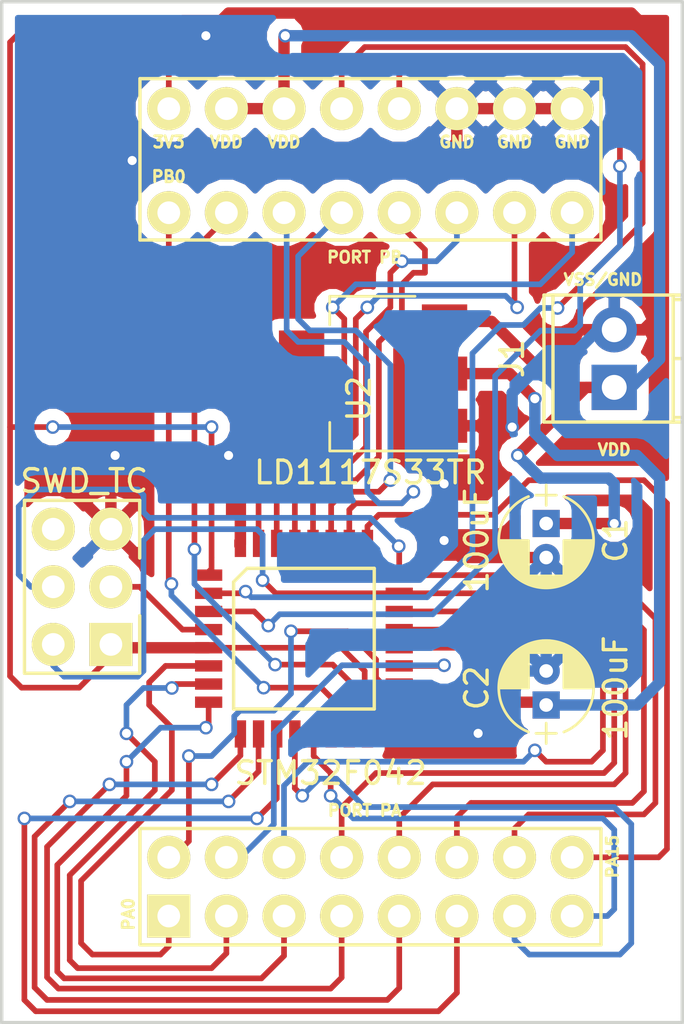
<source format=kicad_pcb>
(kicad_pcb (version 4) (host pcbnew 4.0.5)

  (general
    (links 48)
    (no_connects 0)
    (area 0 0 0 0)
    (thickness 1.6)
    (drawings 6)
    (tracks 441)
    (zones 0)
    (modules 7)
    (nets 32)
  )

  (page A4)
  (layers
    (0 F.Cu signal hide)
    (31 B.Cu signal hide)
    (32 B.Adhes user hide)
    (33 F.Adhes user hide)
    (34 B.Paste user hide)
    (35 F.Paste user hide)
    (36 B.SilkS user hide)
    (37 F.SilkS user)
    (38 B.Mask user)
    (39 F.Mask user)
    (40 Dwgs.User user hide)
    (41 Cmts.User user hide)
    (42 Eco1.User user hide)
    (43 Eco2.User user hide)
    (44 Edge.Cuts user)
    (45 Margin user hide)
    (46 B.CrtYd user hide)
    (47 F.CrtYd user hide)
    (48 B.Fab user)
    (49 F.Fab user)
  )

  (setup
    (last_trace_width 0.25)
    (user_trace_width 0.5)
    (user_trace_width 0.75)
    (trace_clearance 0.2)
    (zone_clearance 0.508)
    (zone_45_only no)
    (trace_min 0.2)
    (segment_width 0.2)
    (edge_width 0.15)
    (via_size 0.6)
    (via_drill 0.4)
    (via_min_size 0.4)
    (via_min_drill 0.3)
    (uvia_size 0.3)
    (uvia_drill 0.1)
    (uvias_allowed no)
    (uvia_min_size 0.2)
    (uvia_min_drill 0.1)
    (pcb_text_width 0.3)
    (pcb_text_size 1.5 1.5)
    (mod_edge_width 0.15)
    (mod_text_size 1 1)
    (mod_text_width 0.15)
    (pad_size 1.524 1.524)
    (pad_drill 0.762)
    (pad_to_mask_clearance 0.2)
    (aux_axis_origin 0 0)
    (visible_elements FFFFF77F)
    (pcbplotparams
      (layerselection 0x00030_80000001)
      (usegerberextensions false)
      (excludeedgelayer true)
      (linewidth 0.100000)
      (plotframeref false)
      (viasonmask false)
      (mode 1)
      (useauxorigin false)
      (hpglpennumber 1)
      (hpglpenspeed 20)
      (hpglpendiameter 15)
      (hpglpenoverlay 2)
      (psnegative false)
      (psa4output false)
      (plotreference true)
      (plotvalue true)
      (plotinvisibletext false)
      (padsonsilk false)
      (subtractmaskfromsilk false)
      (outputformat 1)
      (mirror false)
      (drillshape 1)
      (scaleselection 1)
      (outputdirectory ""))
  )

  (net 0 "")
  (net 1 /VDD)
  (net 2 /VSS)
  (net 3 /PA0)
  (net 4 /PA1)
  (net 5 /PA2)
  (net 6 /PA3)
  (net 7 /PA4)
  (net 8 /PA5)
  (net 9 /PA6)
  (net 10 /PA7)
  (net 11 /PA8)
  (net 12 /PA9)
  (net 13 /PA10)
  (net 14 /PA11)
  (net 15 /PA12)
  (net 16 /SWDIO)
  (net 17 /SWCLK)
  (net 18 /PA15)
  (net 19 /PB0)
  (net 20 /PB1)
  (net 21 /PB3)
  (net 22 /PB4)
  (net 23 /PB5)
  (net 24 /PB6)
  (net 25 /PB7)
  (net 26 /PB8)
  (net 27 /PF0)
  (net 28 /PF1)
  (net 29 /NRST)
  (net 30 "Net-(P1-Pad6)")
  (net 31 /3V3)

  (net_class Default "This is the default net class."
    (clearance 0.2)
    (trace_width 0.25)
    (via_dia 0.6)
    (via_drill 0.4)
    (uvia_dia 0.3)
    (uvia_drill 0.1)
    (add_net /3V3)
    (add_net /NRST)
    (add_net /PA0)
    (add_net /PA1)
    (add_net /PA10)
    (add_net /PA11)
    (add_net /PA12)
    (add_net /PA15)
    (add_net /PA2)
    (add_net /PA3)
    (add_net /PA4)
    (add_net /PA5)
    (add_net /PA6)
    (add_net /PA7)
    (add_net /PA8)
    (add_net /PA9)
    (add_net /PB0)
    (add_net /PB1)
    (add_net /PB3)
    (add_net /PB4)
    (add_net /PB5)
    (add_net /PB6)
    (add_net /PB7)
    (add_net /PB8)
    (add_net /PF0)
    (add_net /PF1)
    (add_net /SWCLK)
    (add_net /SWDIO)
    (add_net /VDD)
    (add_net /VSS)
    (add_net "Net-(P1-Pad6)")
  )

  (module footprints:STM32F042_SHIELD (layer F.Cu) (tedit 58D5370D) (tstamp 58D600BD)
    (at 166 122)
    (path /58D60E4C)
    (fp_text reference U3 (at 0 -41.402) (layer F.Fab)
      (effects (font (size 1 1) (thickness 0.15)))
    )
    (fp_text value STM32F042SHIELD (at 0 1) (layer F.Fab)
      (effects (font (size 1 1) (thickness 0.15)))
    )
    (fp_text user PA15 (at 10.922 -4.318 90) (layer F.SilkS)
      (effects (font (size 0.5 0.5) (thickness 0.125)))
    )
    (fp_text user PA0 (at -10.414 -1.778 90) (layer F.SilkS)
      (effects (font (size 0.5 0.5) (thickness 0.125)))
    )
    (fp_text user PB0 (at -8.636 -34.29) (layer F.SilkS)
      (effects (font (size 0.5 0.5) (thickness 0.125)))
    )
    (fp_text user "PORT PA" (at 0 -6.35) (layer F.SilkS)
      (effects (font (size 0.5 0.5) (thickness 0.125)))
    )
    (fp_text user "PORT PB" (at 0 -30.734) (layer F.SilkS)
      (effects (font (size 0.5 0.5) (thickness 0.125)))
    )
    (fp_text user VDD (at -3.556 -35.814) (layer F.SilkS)
      (effects (font (size 0.5 0.5) (thickness 0.125)))
    )
    (fp_text user VDD (at -6.096 -35.814) (layer F.SilkS)
      (effects (font (size 0.5 0.5) (thickness 0.125)))
    )
    (fp_text user 3V3 (at -8.636 -35.814) (layer F.SilkS)
      (effects (font (size 0.5 0.5) (thickness 0.125)))
    )
    (fp_text user GND (at 9.144 -35.814) (layer F.SilkS)
      (effects (font (size 0.5 0.5) (thickness 0.125)))
    )
    (fp_text user GND (at 6.604 -35.814) (layer F.SilkS)
      (effects (font (size 0.5 0.5) (thickness 0.125)))
    )
    (fp_text user GND (at 4.064 -35.814) (layer F.SilkS)
      (effects (font (size 0.5 0.5) (thickness 0.125)))
    )
    (fp_line (start -9.906 -38.608) (end 10.414 -38.608) (layer F.SilkS) (width 0.15))
    (fp_line (start 10.414 -38.608) (end 10.414 -31.496) (layer F.SilkS) (width 0.15))
    (fp_line (start 10.414 -31.496) (end -9.906 -31.496) (layer F.SilkS) (width 0.15))
    (fp_line (start -9.906 -31.496) (end -9.906 -38.608) (layer F.SilkS) (width 0.15))
    (fp_line (start -10.45 -26.45) (end -10.45 -29.55) (layer F.CrtYd) (width 0.01))
    (fp_line (start 10.704 -36.248) (end 10.704 -33.148) (layer F.CrtYd) (width 0.01))
    (fp_line (start -10.45 -28.55) (end 10.45 -28.55) (layer F.CrtYd) (width 0.01))
    (fp_line (start -9.906 -31.428) (end -9.906 -33.968) (layer F.Fab) (width 0.01))
    (fp_line (start 10.414 -31.428) (end -9.906 -31.428) (layer F.Fab) (width 0.01))
    (fp_line (start 10.414 -33.968) (end 10.414 -31.428) (layer F.Fab) (width 0.01))
    (fp_line (start -9.906 -33.968) (end 10.414 -33.968) (layer F.Fab) (width 0.01))
    (fp_line (start -9.906 -38.556) (end 10.414 -38.556) (layer F.Fab) (width 0.01))
    (fp_line (start 10.414 -38.556) (end 10.414 -36.016) (layer F.Fab) (width 0.01))
    (fp_line (start 10.414 -36.016) (end -9.906 -36.016) (layer F.Fab) (width 0.01))
    (fp_line (start -9.906 -36.016) (end -9.906 -38.556) (layer F.Fab) (width 0.01))
    (fp_line (start -10.45 -26.55) (end 10.45 -26.55) (layer F.CrtYd) (width 0.01))
    (fp_line (start 10.45 -36.55) (end 10.45 -33.45) (layer F.CrtYd) (width 0.01))
    (fp_line (start 10.45 -28.038) (end -10.45 -28.038) (layer F.CrtYd) (width 0.01))
    (fp_line (start -10.45 -23.45) (end -10.45 -26.55) (layer F.CrtYd) (width 0.01))
    (fp_line (start -10.45 -0.45) (end -10.45 -3.55) (layer F.CrtYd) (width 0.01))
    (fp_line (start 10.45 -6.038) (end -10.45 -6.038) (layer F.CrtYd) (width 0.01))
    (fp_line (start 10.45 -3.55) (end 10.45 -0.45) (layer F.CrtYd) (width 0.01))
    (fp_line (start -10.45 -3.55) (end 10.45 -3.55) (layer F.CrtYd) (width 0.01))
    (fp_line (start -9.906 -3.016) (end -9.906 -5.556) (layer F.SilkS) (width 0.15))
    (fp_line (start 10.414 -5.556) (end 10.414 -3.016) (layer F.SilkS) (width 0.15))
    (fp_line (start -9.906 -5.556) (end 10.414 -5.556) (layer F.SilkS) (width 0.15))
    (fp_line (start -9.906 -3.016) (end -9.906 -5.556) (layer F.Fab) (width 0.01))
    (fp_line (start 10.414 -3.016) (end -9.906 -3.016) (layer F.Fab) (width 0.01))
    (fp_line (start 10.414 -5.556) (end 10.414 -3.016) (layer F.Fab) (width 0.01))
    (fp_line (start -9.906 -5.556) (end 10.414 -5.556) (layer F.Fab) (width 0.01))
    (fp_line (start -9.906 -2.968) (end 10.414 -2.968) (layer F.Fab) (width 0.01))
    (fp_line (start 10.414 -2.968) (end 10.414 -0.428) (layer F.Fab) (width 0.01))
    (fp_line (start 10.414 -0.428) (end -9.906 -0.428) (layer F.Fab) (width 0.01))
    (fp_line (start -9.906 -0.428) (end -9.906 -2.968) (layer F.Fab) (width 0.01))
    (fp_line (start 10.414 -2.968) (end 10.414 -0.428) (layer F.SilkS) (width 0.15))
    (fp_line (start 10.414 -0.428) (end -9.906 -0.428) (layer F.SilkS) (width 0.15))
    (fp_line (start -9.906 -0.428) (end -9.906 -2.968) (layer F.SilkS) (width 0.15))
    (fp_line (start -10.45 -6.55) (end 10.45 -6.55) (layer F.CrtYd) (width 0.01))
    (fp_line (start 10.704 -3.248) (end 10.704 -0.148) (layer F.CrtYd) (width 0.01))
    (fp_line (start 10.45 -21.038) (end -10.45 -21.038) (layer F.CrtYd) (width 0.01))
    (fp_line (start -10.45 -3.45) (end -10.45 -6.55) (layer F.CrtYd) (width 0.01))
    (pad 24 thru_hole circle (at 9.144 -32.698) (size 1.9 1.9) (drill 1) (layers *.Cu *.Mask F.SilkS)
      (net 26 /PB8))
    (pad 23 thru_hole circle (at 6.604 -32.698) (size 1.9 1.9) (drill 1) (layers *.Cu *.Mask F.SilkS)
      (net 25 /PB7))
    (pad 22 thru_hole circle (at 4.064 -32.698) (size 1.9 1.9) (drill 1) (layers *.Cu *.Mask F.SilkS)
      (net 24 /PB6))
    (pad 21 thru_hole circle (at 1.524 -32.698) (size 1.9 1.9) (drill 1) (layers *.Cu *.Mask F.SilkS)
      (net 23 /PB5))
    (pad 20 thru_hole circle (at -1.016 -32.698) (size 1.9 1.9) (drill 1) (layers *.Cu *.Mask F.SilkS)
      (net 22 /PB4))
    (pad 19 thru_hole circle (at -3.556 -32.698) (size 1.9 1.9) (drill 1) (layers *.Cu *.Mask F.SilkS)
      (net 21 /PB3))
    (pad 18 thru_hole circle (at -6.096 -32.698) (size 1.9 1.9) (drill 1) (layers *.Cu *.Mask F.SilkS)
      (net 20 /PB1))
    (pad 17 thru_hole circle (at -8.636 -32.698) (size 1.9 1.9) (drill 1) (layers *.Cu *.Mask F.SilkS)
      (net 19 /PB0))
    (pad 25 thru_hole circle (at -8.636 -37.286) (size 1.9 1.9) (drill 1) (layers *.Cu *.Mask F.SilkS)
      (net 31 /3V3))
    (pad 26 thru_hole circle (at -6.096 -37.286) (size 1.9 1.9) (drill 1) (layers *.Cu *.Mask F.SilkS)
      (net 1 /VDD))
    (pad 27 thru_hole circle (at -3.556 -37.286) (size 1.9 1.9) (drill 1) (layers *.Cu *.Mask F.SilkS)
      (net 1 /VDD))
    (pad 28 thru_hole circle (at -1.016 -37.286) (size 1.9 1.9) (drill 1) (layers *.Cu *.Mask F.SilkS)
      (net 27 /PF0))
    (pad 29 thru_hole circle (at 1.524 -37.286) (size 1.9 1.9) (drill 1) (layers *.Cu *.Mask F.SilkS)
      (net 28 /PF1))
    (pad 30 thru_hole circle (at 4.064 -37.286) (size 1.9 1.9) (drill 1) (layers *.Cu *.Mask F.SilkS)
      (net 2 /VSS))
    (pad 31 thru_hole circle (at 6.604 -37.286) (size 1.9 1.9) (drill 1) (layers *.Cu *.Mask F.SilkS)
      (net 2 /VSS))
    (pad 32 thru_hole circle (at 9.144 -37.286) (size 1.9 1.9) (drill 1) (layers *.Cu *.Mask F.SilkS)
      (net 2 /VSS))
    (pad 16 thru_hole circle (at 9.144 -4.286) (size 1.9 1.9) (drill 1) (layers *.Cu *.Mask F.SilkS)
      (net 18 /PA15))
    (pad 15 thru_hole circle (at 6.604 -4.286) (size 1.9 1.9) (drill 1) (layers *.Cu *.Mask F.SilkS)
      (net 17 /SWCLK))
    (pad 14 thru_hole circle (at 4.064 -4.286) (size 1.9 1.9) (drill 1) (layers *.Cu *.Mask F.SilkS)
      (net 16 /SWDIO))
    (pad 13 thru_hole circle (at 1.524 -4.286) (size 1.9 1.9) (drill 1) (layers *.Cu *.Mask F.SilkS)
      (net 15 /PA12))
    (pad 12 thru_hole circle (at -1.016 -4.286) (size 1.9 1.9) (drill 1) (layers *.Cu *.Mask F.SilkS)
      (net 14 /PA11))
    (pad 11 thru_hole circle (at -3.556 -4.286) (size 1.9 1.9) (drill 1) (layers *.Cu *.Mask F.SilkS)
      (net 13 /PA10))
    (pad 10 thru_hole circle (at -6.096 -4.286) (size 1.9 1.9) (drill 1) (layers *.Cu *.Mask F.SilkS)
      (net 12 /PA9))
    (pad 9 thru_hole circle (at -8.636 -4.286) (size 1.9 1.9) (drill 1) (layers *.Cu *.Mask F.SilkS)
      (net 11 /PA8))
    (pad 1 thru_hole rect (at -8.636 -1.698) (size 1.9 1.9) (drill 1) (layers *.Cu *.Mask F.SilkS)
      (net 3 /PA0))
    (pad 2 thru_hole circle (at -6.096 -1.698) (size 1.9 1.9) (drill 1) (layers *.Cu *.Mask F.SilkS)
      (net 4 /PA1))
    (pad 3 thru_hole circle (at -3.556 -1.698) (size 1.9 1.9) (drill 1) (layers *.Cu *.Mask F.SilkS)
      (net 5 /PA2))
    (pad 4 thru_hole circle (at -1.016 -1.698) (size 1.9 1.9) (drill 1) (layers *.Cu *.Mask F.SilkS)
      (net 6 /PA3))
    (pad 5 thru_hole circle (at 1.524 -1.698) (size 1.9 1.9) (drill 1) (layers *.Cu *.Mask F.SilkS)
      (net 7 /PA4))
    (pad 6 thru_hole circle (at 4.064 -1.698) (size 1.9 1.9) (drill 1) (layers *.Cu *.Mask F.SilkS)
      (net 8 /PA5))
    (pad 7 thru_hole circle (at 6.604 -1.698) (size 1.9 1.9) (drill 1) (layers *.Cu *.Mask F.SilkS)
      (net 9 /PA6))
    (pad 8 thru_hole circle (at 9.144 -1.698) (size 1.9 1.9) (drill 1) (layers *.Cu *.Mask F.SilkS)
      (net 10 /PA7))
  )

  (module Capacitors_THT:CP_Radial_D4.0mm_P1.50mm (layer F.Cu) (tedit 58D54C53) (tstamp 58D5DA75)
    (at 174 103 270)
    (descr "CP, Radial series, Radial, pin pitch=1.50mm, , diameter=4mm, Electrolytic Capacitor")
    (tags "CP Radial series Radial pin pitch 1.50mm  diameter 4mm Electrolytic Capacitor")
    (path /58D51575)
    (fp_text reference C1 (at 0.75 -3.06 270) (layer F.SilkS)
      (effects (font (size 1 1) (thickness 0.15)))
    )
    (fp_text value 100uF (at 0.75 3.06 270) (layer F.SilkS)
      (effects (font (size 1 1) (thickness 0.15)))
    )
    (fp_arc (start 0.75 0) (end -1.188995 -0.78) (angle 136.2) (layer F.SilkS) (width 0.12))
    (fp_arc (start 0.75 0) (end -1.188995 0.78) (angle -136.2) (layer F.SilkS) (width 0.12))
    (fp_arc (start 0.75 0) (end 2.688995 -0.78) (angle 43.8) (layer F.SilkS) (width 0.12))
    (fp_circle (center 0.75 0) (end 2.75 0) (layer F.Fab) (width 0.1))
    (fp_line (start -1.7 0) (end -0.8 0) (layer F.Fab) (width 0.1))
    (fp_line (start -1.25 -0.45) (end -1.25 0.45) (layer F.Fab) (width 0.1))
    (fp_line (start 0.75 0.78) (end 0.75 2.05) (layer F.SilkS) (width 0.12))
    (fp_line (start 0.75 -2.05) (end 0.75 -0.78) (layer F.SilkS) (width 0.12))
    (fp_line (start 0.79 -2.05) (end 0.79 -0.78) (layer F.SilkS) (width 0.12))
    (fp_line (start 0.79 0.78) (end 0.79 2.05) (layer F.SilkS) (width 0.12))
    (fp_line (start 0.83 -2.049) (end 0.83 -0.78) (layer F.SilkS) (width 0.12))
    (fp_line (start 0.83 0.78) (end 0.83 2.049) (layer F.SilkS) (width 0.12))
    (fp_line (start 0.87 -2.047) (end 0.87 -0.78) (layer F.SilkS) (width 0.12))
    (fp_line (start 0.87 0.78) (end 0.87 2.047) (layer F.SilkS) (width 0.12))
    (fp_line (start 0.91 -2.044) (end 0.91 -0.78) (layer F.SilkS) (width 0.12))
    (fp_line (start 0.91 0.78) (end 0.91 2.044) (layer F.SilkS) (width 0.12))
    (fp_line (start 0.95 -2.041) (end 0.95 -0.78) (layer F.SilkS) (width 0.12))
    (fp_line (start 0.95 0.78) (end 0.95 2.041) (layer F.SilkS) (width 0.12))
    (fp_line (start 0.99 -2.037) (end 0.99 -0.78) (layer F.SilkS) (width 0.12))
    (fp_line (start 0.99 0.78) (end 0.99 2.037) (layer F.SilkS) (width 0.12))
    (fp_line (start 1.03 -2.032) (end 1.03 -0.78) (layer F.SilkS) (width 0.12))
    (fp_line (start 1.03 0.78) (end 1.03 2.032) (layer F.SilkS) (width 0.12))
    (fp_line (start 1.07 -2.026) (end 1.07 -0.78) (layer F.SilkS) (width 0.12))
    (fp_line (start 1.07 0.78) (end 1.07 2.026) (layer F.SilkS) (width 0.12))
    (fp_line (start 1.11 -2.019) (end 1.11 -0.78) (layer F.SilkS) (width 0.12))
    (fp_line (start 1.11 0.78) (end 1.11 2.019) (layer F.SilkS) (width 0.12))
    (fp_line (start 1.15 -2.012) (end 1.15 -0.78) (layer F.SilkS) (width 0.12))
    (fp_line (start 1.15 0.78) (end 1.15 2.012) (layer F.SilkS) (width 0.12))
    (fp_line (start 1.19 -2.004) (end 1.19 -0.78) (layer F.SilkS) (width 0.12))
    (fp_line (start 1.19 0.78) (end 1.19 2.004) (layer F.SilkS) (width 0.12))
    (fp_line (start 1.23 -1.995) (end 1.23 -0.78) (layer F.SilkS) (width 0.12))
    (fp_line (start 1.23 0.78) (end 1.23 1.995) (layer F.SilkS) (width 0.12))
    (fp_line (start 1.27 -1.985) (end 1.27 -0.78) (layer F.SilkS) (width 0.12))
    (fp_line (start 1.27 0.78) (end 1.27 1.985) (layer F.SilkS) (width 0.12))
    (fp_line (start 1.31 -1.974) (end 1.31 -0.78) (layer F.SilkS) (width 0.12))
    (fp_line (start 1.31 0.78) (end 1.31 1.974) (layer F.SilkS) (width 0.12))
    (fp_line (start 1.35 -1.963) (end 1.35 -0.78) (layer F.SilkS) (width 0.12))
    (fp_line (start 1.35 0.78) (end 1.35 1.963) (layer F.SilkS) (width 0.12))
    (fp_line (start 1.39 -1.95) (end 1.39 -0.78) (layer F.SilkS) (width 0.12))
    (fp_line (start 1.39 0.78) (end 1.39 1.95) (layer F.SilkS) (width 0.12))
    (fp_line (start 1.43 -1.937) (end 1.43 -0.78) (layer F.SilkS) (width 0.12))
    (fp_line (start 1.43 0.78) (end 1.43 1.937) (layer F.SilkS) (width 0.12))
    (fp_line (start 1.471 -1.923) (end 1.471 -0.78) (layer F.SilkS) (width 0.12))
    (fp_line (start 1.471 0.78) (end 1.471 1.923) (layer F.SilkS) (width 0.12))
    (fp_line (start 1.511 -1.907) (end 1.511 -0.78) (layer F.SilkS) (width 0.12))
    (fp_line (start 1.511 0.78) (end 1.511 1.907) (layer F.SilkS) (width 0.12))
    (fp_line (start 1.551 -1.891) (end 1.551 -0.78) (layer F.SilkS) (width 0.12))
    (fp_line (start 1.551 0.78) (end 1.551 1.891) (layer F.SilkS) (width 0.12))
    (fp_line (start 1.591 -1.874) (end 1.591 -0.78) (layer F.SilkS) (width 0.12))
    (fp_line (start 1.591 0.78) (end 1.591 1.874) (layer F.SilkS) (width 0.12))
    (fp_line (start 1.631 -1.856) (end 1.631 -0.78) (layer F.SilkS) (width 0.12))
    (fp_line (start 1.631 0.78) (end 1.631 1.856) (layer F.SilkS) (width 0.12))
    (fp_line (start 1.671 -1.837) (end 1.671 -0.78) (layer F.SilkS) (width 0.12))
    (fp_line (start 1.671 0.78) (end 1.671 1.837) (layer F.SilkS) (width 0.12))
    (fp_line (start 1.711 -1.817) (end 1.711 -0.78) (layer F.SilkS) (width 0.12))
    (fp_line (start 1.711 0.78) (end 1.711 1.817) (layer F.SilkS) (width 0.12))
    (fp_line (start 1.751 -1.796) (end 1.751 -0.78) (layer F.SilkS) (width 0.12))
    (fp_line (start 1.751 0.78) (end 1.751 1.796) (layer F.SilkS) (width 0.12))
    (fp_line (start 1.791 -1.773) (end 1.791 -0.78) (layer F.SilkS) (width 0.12))
    (fp_line (start 1.791 0.78) (end 1.791 1.773) (layer F.SilkS) (width 0.12))
    (fp_line (start 1.831 -1.75) (end 1.831 -0.78) (layer F.SilkS) (width 0.12))
    (fp_line (start 1.831 0.78) (end 1.831 1.75) (layer F.SilkS) (width 0.12))
    (fp_line (start 1.871 -1.725) (end 1.871 -0.78) (layer F.SilkS) (width 0.12))
    (fp_line (start 1.871 0.78) (end 1.871 1.725) (layer F.SilkS) (width 0.12))
    (fp_line (start 1.911 -1.699) (end 1.911 -0.78) (layer F.SilkS) (width 0.12))
    (fp_line (start 1.911 0.78) (end 1.911 1.699) (layer F.SilkS) (width 0.12))
    (fp_line (start 1.951 -1.672) (end 1.951 -0.78) (layer F.SilkS) (width 0.12))
    (fp_line (start 1.951 0.78) (end 1.951 1.672) (layer F.SilkS) (width 0.12))
    (fp_line (start 1.991 -1.643) (end 1.991 -0.78) (layer F.SilkS) (width 0.12))
    (fp_line (start 1.991 0.78) (end 1.991 1.643) (layer F.SilkS) (width 0.12))
    (fp_line (start 2.031 -1.613) (end 2.031 -0.78) (layer F.SilkS) (width 0.12))
    (fp_line (start 2.031 0.78) (end 2.031 1.613) (layer F.SilkS) (width 0.12))
    (fp_line (start 2.071 -1.581) (end 2.071 -0.78) (layer F.SilkS) (width 0.12))
    (fp_line (start 2.071 0.78) (end 2.071 1.581) (layer F.SilkS) (width 0.12))
    (fp_line (start 2.111 -1.547) (end 2.111 -0.78) (layer F.SilkS) (width 0.12))
    (fp_line (start 2.111 0.78) (end 2.111 1.547) (layer F.SilkS) (width 0.12))
    (fp_line (start 2.151 -1.512) (end 2.151 -0.78) (layer F.SilkS) (width 0.12))
    (fp_line (start 2.151 0.78) (end 2.151 1.512) (layer F.SilkS) (width 0.12))
    (fp_line (start 2.191 -1.475) (end 2.191 -0.78) (layer F.SilkS) (width 0.12))
    (fp_line (start 2.191 0.78) (end 2.191 1.475) (layer F.SilkS) (width 0.12))
    (fp_line (start 2.231 -1.436) (end 2.231 -0.78) (layer F.SilkS) (width 0.12))
    (fp_line (start 2.231 0.78) (end 2.231 1.436) (layer F.SilkS) (width 0.12))
    (fp_line (start 2.271 -1.395) (end 2.271 -0.78) (layer F.SilkS) (width 0.12))
    (fp_line (start 2.271 0.78) (end 2.271 1.395) (layer F.SilkS) (width 0.12))
    (fp_line (start 2.311 -1.351) (end 2.311 1.351) (layer F.SilkS) (width 0.12))
    (fp_line (start 2.351 -1.305) (end 2.351 1.305) (layer F.SilkS) (width 0.12))
    (fp_line (start 2.391 -1.256) (end 2.391 1.256) (layer F.SilkS) (width 0.12))
    (fp_line (start 2.431 -1.204) (end 2.431 1.204) (layer F.SilkS) (width 0.12))
    (fp_line (start 2.471 -1.148) (end 2.471 1.148) (layer F.SilkS) (width 0.12))
    (fp_line (start 2.511 -1.088) (end 2.511 1.088) (layer F.SilkS) (width 0.12))
    (fp_line (start 2.551 -1.023) (end 2.551 1.023) (layer F.SilkS) (width 0.12))
    (fp_line (start 2.591 -0.952) (end 2.591 0.952) (layer F.SilkS) (width 0.12))
    (fp_line (start 2.631 -0.874) (end 2.631 0.874) (layer F.SilkS) (width 0.12))
    (fp_line (start 2.671 -0.786) (end 2.671 0.786) (layer F.SilkS) (width 0.12))
    (fp_line (start 2.711 -0.686) (end 2.711 0.686) (layer F.SilkS) (width 0.12))
    (fp_line (start 2.751 -0.567) (end 2.751 0.567) (layer F.SilkS) (width 0.12))
    (fp_line (start 2.791 -0.415) (end 2.791 0.415) (layer F.SilkS) (width 0.12))
    (fp_line (start 2.831 -0.165) (end 2.831 0.165) (layer F.SilkS) (width 0.12))
    (fp_line (start -1.7 0) (end -0.8 0) (layer F.SilkS) (width 0.12))
    (fp_line (start -1.25 -0.45) (end -1.25 0.45) (layer F.SilkS) (width 0.12))
    (fp_line (start -1.6 -2.35) (end -1.6 2.35) (layer F.CrtYd) (width 0.05))
    (fp_line (start -1.6 2.35) (end 3.1 2.35) (layer F.CrtYd) (width 0.05))
    (fp_line (start 3.1 2.35) (end 3.1 -2.35) (layer F.CrtYd) (width 0.05))
    (fp_line (start 3.1 -2.35) (end -1.6 -2.35) (layer F.CrtYd) (width 0.05))
    (pad 1 thru_hole rect (at 0 0 270) (size 1.2 1.2) (drill 0.6) (layers *.Cu *.Mask)
      (net 1 /VDD))
    (pad 2 thru_hole circle (at 1.5 0 270) (size 1.2 1.2) (drill 0.6) (layers *.Cu *.Mask)
      (net 2 /VSS))
    (model Capacitors_THT.3dshapes/CP_Radial_D4.0mm_P1.50mm.wrl
      (at (xyz 0 0 0))
      (scale (xyz 0.393701 0.393701 0.393701))
      (rotate (xyz 0 0 0))
    )
  )

  (module Connectors_Terminal_Blocks:TerminalBlock_Pheonix_MPT-2.54mm_2pol (layer F.Cu) (tedit 58D53A77) (tstamp 58D5DA7B)
    (at 177 97 90)
    (descr "2-way 2.54mm pitch terminal block, Phoenix MPT series")
    (path /58D514C3)
    (fp_text reference J1 (at 1.27 -4.50088 90) (layer F.SilkS)
      (effects (font (size 1 1) (thickness 0.15)))
    )
    (fp_text value Power_conn (at 9 2 90) (layer F.Fab)
      (effects (font (size 1 1) (thickness 0.15)))
    )
    (fp_line (start -1.7 -3.3) (end 4.3 -3.3) (layer F.CrtYd) (width 0.05))
    (fp_line (start -1.7 3.3) (end -1.7 -3.3) (layer F.CrtYd) (width 0.05))
    (fp_line (start 4.3 3.3) (end -1.7 3.3) (layer F.CrtYd) (width 0.05))
    (fp_line (start 4.3 -3.3) (end 4.3 3.3) (layer F.CrtYd) (width 0.05))
    (fp_line (start 4.06908 2.60096) (end -1.52908 2.60096) (layer F.SilkS) (width 0.15))
    (fp_line (start -1.33096 3.0988) (end -1.33096 2.60096) (layer F.SilkS) (width 0.15))
    (fp_line (start 3.87096 2.60096) (end 3.87096 3.0988) (layer F.SilkS) (width 0.15))
    (fp_line (start 1.27 3.0988) (end 1.27 2.60096) (layer F.SilkS) (width 0.15))
    (fp_line (start -1.52908 -2.70002) (end 4.06908 -2.70002) (layer F.SilkS) (width 0.15))
    (fp_line (start -1.52908 3.0988) (end 4.06908 3.0988) (layer F.SilkS) (width 0.15))
    (fp_line (start 4.06908 3.0988) (end 4.06908 -3.0988) (layer F.SilkS) (width 0.15))
    (fp_line (start 4.06908 -3.0988) (end -1.52908 -3.0988) (layer F.SilkS) (width 0.15))
    (fp_line (start -1.52908 -3.0988) (end -1.52908 3.0988) (layer F.SilkS) (width 0.15))
    (pad 2 thru_hole oval (at 2.54 0 90) (size 1.99898 1.99898) (drill 1.09728) (layers *.Cu *.Mask)
      (net 2 /VSS))
    (pad 1 thru_hole rect (at 0 0 90) (size 1.99898 1.99898) (drill 1.09728) (layers *.Cu *.Mask)
      (net 1 /VDD))
    (model Terminal_Blocks.3dshapes/TerminalBlock_Pheonix_MPT-2.54mm_2pol.wrl
      (at (xyz 0.05 0 0))
      (scale (xyz 1 1 1))
      (rotate (xyz 0 0 0))
    )
  )

  (module footprints:SWD_CONN (layer F.Cu) (tedit 58D54C5D) (tstamp 58D5DAB5)
    (at 153.543 105.791 90)
    (path /58D51764)
    (fp_text reference P1 (at -5.336 -0.908 90) (layer F.Fab)
      (effects (font (size 1 1) (thickness 0.15)))
    )
    (fp_text value SWD_TC (at 4.664 0.092 180) (layer F.SilkS)
      (effects (font (size 1 1) (thickness 0.15)))
    )
    (fp_line (start -3.81 -2.54) (end 3.81 -2.54) (layer F.Fab) (width 0.01))
    (fp_line (start 3.81 -2.54) (end 3.81 2.54) (layer F.Fab) (width 0.01))
    (fp_line (start 3.81 2.54) (end -3.81 2.54) (layer F.Fab) (width 0.01))
    (fp_line (start -3.81 2.54) (end -3.81 -2.54) (layer F.Fab) (width 0.01))
    (fp_line (start -3.81 -2.54) (end 3.81 -2.54) (layer F.SilkS) (width 0.15))
    (fp_line (start 3.81 -2.54) (end 3.81 2.54) (layer F.SilkS) (width 0.15))
    (fp_line (start 3.81 2.54) (end 1.27 2.54) (layer F.SilkS) (width 0.15))
    (fp_line (start -1.27 2.54) (end -3.81 2.54) (layer F.SilkS) (width 0.15))
    (fp_line (start -3.81 2.54) (end -3.81 -2.54) (layer F.SilkS) (width 0.15))
    (fp_line (start -4.1 -2.8) (end 4.1 -2.8) (layer F.CrtYd) (width 0.01))
    (fp_line (start 4.1 -2.8) (end 4.1 2.8) (layer F.CrtYd) (width 0.01))
    (fp_line (start 4.1 2.8) (end -4.1 2.8) (layer F.CrtYd) (width 0.01))
    (fp_line (start -4.1 2.8) (end -4.1 -2.8) (layer F.CrtYd) (width 0.01))
    (pad 1 thru_hole rect (at -2.54 1.27 90) (size 1.9 1.9) (drill 1) (layers *.Cu *.Mask F.SilkS)
      (net 31 /3V3))
    (pad 2 thru_hole circle (at -2.54 -1.27 90) (size 1.9 1.9) (drill 1) (layers *.Cu *.Mask F.SilkS)
      (net 16 /SWDIO))
    (pad 3 thru_hole circle (at 0 1.27 90) (size 1.9 1.9) (drill 1) (layers *.Cu *.Mask F.SilkS)
      (net 29 /NRST))
    (pad 4 thru_hole circle (at 0 -1.27 90) (size 1.9 1.9) (drill 1) (layers *.Cu *.Mask F.SilkS)
      (net 17 /SWCLK))
    (pad 5 thru_hole circle (at 2.54 1.27 90) (size 1.9 1.9) (drill 1) (layers *.Cu *.Mask F.SilkS)
      (net 2 /VSS))
    (pad 6 thru_hole circle (at 2.54 -1.27 90) (size 1.9 1.9) (drill 1) (layers *.Cu *.Mask F.SilkS)
      (net 30 "Net-(P1-Pad6)"))
    (model ${KISYS3DMOD}/Pin_Headers.3dshapes/Pin_Header_Straight_2x03.wrl
      (at (xyz 0 0 0))
      (scale (xyz 1 1 1))
      (rotate (xyz 0 0 0))
    )
  )

  (module agg:LQFP-32 (layer F.Cu) (tedit 58D54C43) (tstamp 58D5DAD9)
    (at 163.322 108.077)
    (path /58D51E17)
    (fp_text reference U1 (at 0 -5.75) (layer F.Fab)
      (effects (font (size 1 1) (thickness 0.15)))
    )
    (fp_text value STM32F042 (at 1.178 5.923) (layer F.SilkS)
      (effects (font (size 1 1) (thickness 0.15)))
    )
    (fp_line (start -3.6 -3.6) (end 3.6 -3.6) (layer F.Fab) (width 0.01))
    (fp_line (start 3.6 -3.6) (end 3.6 3.6) (layer F.Fab) (width 0.01))
    (fp_line (start 3.6 3.6) (end -3.6 3.6) (layer F.Fab) (width 0.01))
    (fp_line (start -3.6 3.6) (end -3.6 -3.6) (layer F.Fab) (width 0.01))
    (fp_circle (center -2.8 -2.8) (end -2.8 -2.4) (layer F.Fab) (width 0.01))
    (fp_line (start -4.6 -3) (end -3.6 -3) (layer F.Fab) (width 0.01))
    (fp_line (start -3.6 -2.6) (end -4.6 -2.6) (layer F.Fab) (width 0.01))
    (fp_line (start -4.6 -2.6) (end -4.6 -3) (layer F.Fab) (width 0.01))
    (fp_line (start -4.6 -2.2) (end -3.6 -2.2) (layer F.Fab) (width 0.01))
    (fp_line (start -3.6 -1.8) (end -4.6 -1.8) (layer F.Fab) (width 0.01))
    (fp_line (start -4.6 -1.8) (end -4.6 -2.2) (layer F.Fab) (width 0.01))
    (fp_line (start -4.6 -1.4) (end -3.6 -1.4) (layer F.Fab) (width 0.01))
    (fp_line (start -3.6 -1) (end -4.6 -1) (layer F.Fab) (width 0.01))
    (fp_line (start -4.6 -1) (end -4.6 -1.4) (layer F.Fab) (width 0.01))
    (fp_line (start -4.6 -0.6) (end -3.6 -0.6) (layer F.Fab) (width 0.01))
    (fp_line (start -3.6 -0.2) (end -4.6 -0.2) (layer F.Fab) (width 0.01))
    (fp_line (start -4.6 -0.2) (end -4.6 -0.6) (layer F.Fab) (width 0.01))
    (fp_line (start -4.6 0.2) (end -3.6 0.2) (layer F.Fab) (width 0.01))
    (fp_line (start -3.6 0.6) (end -4.6 0.6) (layer F.Fab) (width 0.01))
    (fp_line (start -4.6 0.6) (end -4.6 0.2) (layer F.Fab) (width 0.01))
    (fp_line (start -4.6 1) (end -3.6 1) (layer F.Fab) (width 0.01))
    (fp_line (start -3.6 1.4) (end -4.6 1.4) (layer F.Fab) (width 0.01))
    (fp_line (start -4.6 1.4) (end -4.6 1) (layer F.Fab) (width 0.01))
    (fp_line (start -4.6 1.8) (end -3.6 1.8) (layer F.Fab) (width 0.01))
    (fp_line (start -3.6 2.2) (end -4.6 2.2) (layer F.Fab) (width 0.01))
    (fp_line (start -4.6 2.2) (end -4.6 1.8) (layer F.Fab) (width 0.01))
    (fp_line (start -4.6 2.6) (end -3.6 2.6) (layer F.Fab) (width 0.01))
    (fp_line (start -3.6 3) (end -4.6 3) (layer F.Fab) (width 0.01))
    (fp_line (start -4.6 3) (end -4.6 2.6) (layer F.Fab) (width 0.01))
    (fp_line (start 3.6 2.6) (end 4.6 2.6) (layer F.Fab) (width 0.01))
    (fp_line (start 4.6 2.6) (end 4.6 3) (layer F.Fab) (width 0.01))
    (fp_line (start 4.6 3) (end 3.6 3) (layer F.Fab) (width 0.01))
    (fp_line (start 3.6 1.8) (end 4.6 1.8) (layer F.Fab) (width 0.01))
    (fp_line (start 4.6 1.8) (end 4.6 2.2) (layer F.Fab) (width 0.01))
    (fp_line (start 4.6 2.2) (end 3.6 2.2) (layer F.Fab) (width 0.01))
    (fp_line (start 3.6 1) (end 4.6 1) (layer F.Fab) (width 0.01))
    (fp_line (start 4.6 1) (end 4.6 1.4) (layer F.Fab) (width 0.01))
    (fp_line (start 4.6 1.4) (end 3.6 1.4) (layer F.Fab) (width 0.01))
    (fp_line (start 3.6 0.2) (end 4.6 0.2) (layer F.Fab) (width 0.01))
    (fp_line (start 4.6 0.2) (end 4.6 0.6) (layer F.Fab) (width 0.01))
    (fp_line (start 4.6 0.6) (end 3.6 0.6) (layer F.Fab) (width 0.01))
    (fp_line (start 3.6 -0.6) (end 4.6 -0.6) (layer F.Fab) (width 0.01))
    (fp_line (start 4.6 -0.6) (end 4.6 -0.2) (layer F.Fab) (width 0.01))
    (fp_line (start 4.6 -0.2) (end 3.6 -0.2) (layer F.Fab) (width 0.01))
    (fp_line (start 3.6 -1.4) (end 4.6 -1.4) (layer F.Fab) (width 0.01))
    (fp_line (start 4.6 -1.4) (end 4.6 -1) (layer F.Fab) (width 0.01))
    (fp_line (start 4.6 -1) (end 3.6 -1) (layer F.Fab) (width 0.01))
    (fp_line (start 3.6 -2.2) (end 4.6 -2.2) (layer F.Fab) (width 0.01))
    (fp_line (start 4.6 -2.2) (end 4.6 -1.8) (layer F.Fab) (width 0.01))
    (fp_line (start 4.6 -1.8) (end 3.6 -1.8) (layer F.Fab) (width 0.01))
    (fp_line (start 3.6 -3) (end 4.6 -3) (layer F.Fab) (width 0.01))
    (fp_line (start 4.6 -3) (end 4.6 -2.6) (layer F.Fab) (width 0.01))
    (fp_line (start 4.6 -2.6) (end 3.6 -2.6) (layer F.Fab) (width 0.01))
    (fp_line (start 2.6 -4.6) (end 3 -4.6) (layer F.Fab) (width 0.01))
    (fp_line (start 3 -4.6) (end 3 -3.6) (layer F.Fab) (width 0.01))
    (fp_line (start 2.6 -3.6) (end 2.6 -4.6) (layer F.Fab) (width 0.01))
    (fp_line (start 1.8 -4.6) (end 2.2 -4.6) (layer F.Fab) (width 0.01))
    (fp_line (start 2.2 -4.6) (end 2.2 -3.6) (layer F.Fab) (width 0.01))
    (fp_line (start 1.8 -3.6) (end 1.8 -4.6) (layer F.Fab) (width 0.01))
    (fp_line (start 1 -4.6) (end 1.4 -4.6) (layer F.Fab) (width 0.01))
    (fp_line (start 1.4 -4.6) (end 1.4 -3.6) (layer F.Fab) (width 0.01))
    (fp_line (start 1 -3.6) (end 1 -4.6) (layer F.Fab) (width 0.01))
    (fp_line (start 0.2 -4.6) (end 0.6 -4.6) (layer F.Fab) (width 0.01))
    (fp_line (start 0.6 -4.6) (end 0.6 -3.6) (layer F.Fab) (width 0.01))
    (fp_line (start 0.2 -3.6) (end 0.2 -4.6) (layer F.Fab) (width 0.01))
    (fp_line (start -0.6 -4.6) (end -0.2 -4.6) (layer F.Fab) (width 0.01))
    (fp_line (start -0.2 -4.6) (end -0.2 -3.6) (layer F.Fab) (width 0.01))
    (fp_line (start -0.6 -3.6) (end -0.6 -4.6) (layer F.Fab) (width 0.01))
    (fp_line (start -1.4 -4.6) (end -1 -4.6) (layer F.Fab) (width 0.01))
    (fp_line (start -1 -4.6) (end -1 -3.6) (layer F.Fab) (width 0.01))
    (fp_line (start -1.4 -3.6) (end -1.4 -4.6) (layer F.Fab) (width 0.01))
    (fp_line (start -2.2 -4.6) (end -1.8 -4.6) (layer F.Fab) (width 0.01))
    (fp_line (start -1.8 -4.6) (end -1.8 -3.6) (layer F.Fab) (width 0.01))
    (fp_line (start -2.2 -3.6) (end -2.2 -4.6) (layer F.Fab) (width 0.01))
    (fp_line (start -3 -4.6) (end -2.6 -4.6) (layer F.Fab) (width 0.01))
    (fp_line (start -2.6 -4.6) (end -2.6 -3.6) (layer F.Fab) (width 0.01))
    (fp_line (start -3 -3.6) (end -3 -4.6) (layer F.Fab) (width 0.01))
    (fp_line (start -2.6 3.6) (end -2.6 4.6) (layer F.Fab) (width 0.01))
    (fp_line (start -2.6 4.6) (end -3 4.6) (layer F.Fab) (width 0.01))
    (fp_line (start -3 4.6) (end -3 3.6) (layer F.Fab) (width 0.01))
    (fp_line (start -1.8 3.6) (end -1.8 4.6) (layer F.Fab) (width 0.01))
    (fp_line (start -1.8 4.6) (end -2.2 4.6) (layer F.Fab) (width 0.01))
    (fp_line (start -2.2 4.6) (end -2.2 3.6) (layer F.Fab) (width 0.01))
    (fp_line (start -1 3.6) (end -1 4.6) (layer F.Fab) (width 0.01))
    (fp_line (start -1 4.6) (end -1.4 4.6) (layer F.Fab) (width 0.01))
    (fp_line (start -1.4 4.6) (end -1.4 3.6) (layer F.Fab) (width 0.01))
    (fp_line (start -0.2 3.6) (end -0.2 4.6) (layer F.Fab) (width 0.01))
    (fp_line (start -0.2 4.6) (end -0.6 4.6) (layer F.Fab) (width 0.01))
    (fp_line (start -0.6 4.6) (end -0.6 3.6) (layer F.Fab) (width 0.01))
    (fp_line (start 0.6 3.6) (end 0.6 4.6) (layer F.Fab) (width 0.01))
    (fp_line (start 0.6 4.6) (end 0.2 4.6) (layer F.Fab) (width 0.01))
    (fp_line (start 0.2 4.6) (end 0.2 3.6) (layer F.Fab) (width 0.01))
    (fp_line (start 1.4 3.6) (end 1.4 4.6) (layer F.Fab) (width 0.01))
    (fp_line (start 1.4 4.6) (end 1 4.6) (layer F.Fab) (width 0.01))
    (fp_line (start 1 4.6) (end 1 3.6) (layer F.Fab) (width 0.01))
    (fp_line (start 2.2 3.6) (end 2.2 4.6) (layer F.Fab) (width 0.01))
    (fp_line (start 2.2 4.6) (end 1.8 4.6) (layer F.Fab) (width 0.01))
    (fp_line (start 1.8 4.6) (end 1.8 3.6) (layer F.Fab) (width 0.01))
    (fp_line (start 3 3.6) (end 3 4.6) (layer F.Fab) (width 0.01))
    (fp_line (start 3 4.6) (end 2.6 4.6) (layer F.Fab) (width 0.01))
    (fp_line (start 2.6 4.6) (end 2.6 3.6) (layer F.Fab) (width 0.01))
    (fp_line (start -2.5 -3.1) (end 3.1 -3.1) (layer F.SilkS) (width 0.15))
    (fp_line (start 3.1 -3.1) (end 3.1 3.1) (layer F.SilkS) (width 0.15))
    (fp_line (start 3.1 3.1) (end -3.1 3.1) (layer F.SilkS) (width 0.15))
    (fp_line (start -3.1 3.1) (end -3.1 -2.5) (layer F.SilkS) (width 0.15))
    (fp_line (start -3.1 -2.5) (end -2.5 -3.1) (layer F.SilkS) (width 0.15))
    (fp_line (start -5.05 -5.05) (end 5.05 -5.05) (layer F.CrtYd) (width 0.01))
    (fp_line (start 5.05 -5.05) (end 5.05 5.05) (layer F.CrtYd) (width 0.01))
    (fp_line (start 5.05 5.05) (end -5.05 5.05) (layer F.CrtYd) (width 0.01))
    (fp_line (start -5.05 5.05) (end -5.05 -5.05) (layer F.CrtYd) (width 0.01))
    (pad 1 smd rect (at -4.2 -2.8) (size 1.2 0.5) (layers F.Cu F.Paste F.Mask)
      (net 31 /3V3))
    (pad 2 smd rect (at -4.2 -2) (size 1.2 0.5) (layers F.Cu F.Paste F.Mask)
      (net 27 /PF0))
    (pad 3 smd rect (at -4.2 -1.2) (size 1.2 0.5) (layers F.Cu F.Paste F.Mask)
      (net 28 /PF1))
    (pad 4 smd rect (at -4.2 -0.4) (size 1.2 0.5) (layers F.Cu F.Paste F.Mask)
      (net 29 /NRST))
    (pad 5 smd rect (at -4.2 0.4) (size 1.2 0.5) (layers F.Cu F.Paste F.Mask)
      (net 31 /3V3))
    (pad 6 smd rect (at -4.2 1.2) (size 1.2 0.5) (layers F.Cu F.Paste F.Mask)
      (net 3 /PA0))
    (pad 7 smd rect (at -4.2 2) (size 1.2 0.5) (layers F.Cu F.Paste F.Mask)
      (net 4 /PA1))
    (pad 8 smd rect (at -4.2 2.8) (size 1.2 0.5) (layers F.Cu F.Paste F.Mask)
      (net 5 /PA2))
    (pad 9 smd rect (at -2.8 4.2) (size 0.5 1.2) (layers F.Cu F.Paste F.Mask)
      (net 6 /PA3))
    (pad 10 smd rect (at -2 4.2) (size 0.5 1.2) (layers F.Cu F.Paste F.Mask)
      (net 7 /PA4))
    (pad 11 smd rect (at -1.2 4.2) (size 0.5 1.2) (layers F.Cu F.Paste F.Mask)
      (net 8 /PA5))
    (pad 12 smd rect (at -0.4 4.2) (size 0.5 1.2) (layers F.Cu F.Paste F.Mask)
      (net 9 /PA6))
    (pad 13 smd rect (at 0.4 4.2) (size 0.5 1.2) (layers F.Cu F.Paste F.Mask)
      (net 10 /PA7))
    (pad 14 smd rect (at 1.2 4.2) (size 0.5 1.2) (layers F.Cu F.Paste F.Mask)
      (net 19 /PB0))
    (pad 15 smd rect (at 2 4.2) (size 0.5 1.2) (layers F.Cu F.Paste F.Mask)
      (net 20 /PB1))
    (pad 16 smd rect (at 2.8 4.2) (size 0.5 1.2) (layers F.Cu F.Paste F.Mask)
      (net 2 /VSS))
    (pad 17 smd rect (at 4.2 2.8) (size 1.2 0.5) (layers F.Cu F.Paste F.Mask)
      (net 31 /3V3))
    (pad 18 smd rect (at 4.2 2) (size 1.2 0.5) (layers F.Cu F.Paste F.Mask)
      (net 11 /PA8))
    (pad 19 smd rect (at 4.2 1.2) (size 1.2 0.5) (layers F.Cu F.Paste F.Mask)
      (net 12 /PA9))
    (pad 20 smd rect (at 4.2 0.4) (size 1.2 0.5) (layers F.Cu F.Paste F.Mask)
      (net 13 /PA10))
    (pad 21 smd rect (at 4.2 -0.4) (size 1.2 0.5) (layers F.Cu F.Paste F.Mask)
      (net 14 /PA11))
    (pad 22 smd rect (at 4.2 -1.2) (size 1.2 0.5) (layers F.Cu F.Paste F.Mask)
      (net 15 /PA12))
    (pad 23 smd rect (at 4.2 -2) (size 1.2 0.5) (layers F.Cu F.Paste F.Mask)
      (net 16 /SWDIO))
    (pad 24 smd rect (at 4.2 -2.8) (size 1.2 0.5) (layers F.Cu F.Paste F.Mask)
      (net 17 /SWCLK))
    (pad 25 smd rect (at 2.8 -4.2) (size 0.5 1.2) (layers F.Cu F.Paste F.Mask)
      (net 18 /PA15))
    (pad 26 smd rect (at 2 -4.2) (size 0.5 1.2) (layers F.Cu F.Paste F.Mask)
      (net 21 /PB3))
    (pad 27 smd rect (at 1.2 -4.2) (size 0.5 1.2) (layers F.Cu F.Paste F.Mask)
      (net 22 /PB4))
    (pad 28 smd rect (at 0.4 -4.2) (size 0.5 1.2) (layers F.Cu F.Paste F.Mask)
      (net 23 /PB5))
    (pad 29 smd rect (at -0.4 -4.2) (size 0.5 1.2) (layers F.Cu F.Paste F.Mask)
      (net 24 /PB6))
    (pad 30 smd rect (at -1.2 -4.2) (size 0.5 1.2) (layers F.Cu F.Paste F.Mask)
      (net 25 /PB7))
    (pad 31 smd rect (at -2 -4.2) (size 0.5 1.2) (layers F.Cu F.Paste F.Mask)
      (net 26 /PB8))
    (pad 32 smd rect (at -2.8 -4.2) (size 0.5 1.2) (layers F.Cu F.Paste F.Mask)
      (net 2 /VSS))
  )

  (module Capacitors_THT:CP_Radial_D4.0mm_P1.50mm (layer F.Cu) (tedit 58D54C4C) (tstamp 58D6005D)
    (at 174 111 90)
    (descr "CP, Radial series, Radial, pin pitch=1.50mm, , diameter=4mm, Electrolytic Capacitor")
    (tags "CP Radial series Radial pin pitch 1.50mm  diameter 4mm Electrolytic Capacitor")
    (path /58D5F45F)
    (fp_text reference C2 (at 0.75 -3.06 90) (layer F.SilkS)
      (effects (font (size 1 1) (thickness 0.15)))
    )
    (fp_text value 100uF (at 0.75 3.06 90) (layer F.SilkS)
      (effects (font (size 1 1) (thickness 0.15)))
    )
    (fp_arc (start 0.75 0) (end -1.188995 -0.78) (angle 136.2) (layer F.SilkS) (width 0.12))
    (fp_arc (start 0.75 0) (end -1.188995 0.78) (angle -136.2) (layer F.SilkS) (width 0.12))
    (fp_arc (start 0.75 0) (end 2.688995 -0.78) (angle 43.8) (layer F.SilkS) (width 0.12))
    (fp_circle (center 0.75 0) (end 2.75 0) (layer F.Fab) (width 0.1))
    (fp_line (start -1.7 0) (end -0.8 0) (layer F.Fab) (width 0.1))
    (fp_line (start -1.25 -0.45) (end -1.25 0.45) (layer F.Fab) (width 0.1))
    (fp_line (start 0.75 0.78) (end 0.75 2.05) (layer F.SilkS) (width 0.12))
    (fp_line (start 0.75 -2.05) (end 0.75 -0.78) (layer F.SilkS) (width 0.12))
    (fp_line (start 0.79 -2.05) (end 0.79 -0.78) (layer F.SilkS) (width 0.12))
    (fp_line (start 0.79 0.78) (end 0.79 2.05) (layer F.SilkS) (width 0.12))
    (fp_line (start 0.83 -2.049) (end 0.83 -0.78) (layer F.SilkS) (width 0.12))
    (fp_line (start 0.83 0.78) (end 0.83 2.049) (layer F.SilkS) (width 0.12))
    (fp_line (start 0.87 -2.047) (end 0.87 -0.78) (layer F.SilkS) (width 0.12))
    (fp_line (start 0.87 0.78) (end 0.87 2.047) (layer F.SilkS) (width 0.12))
    (fp_line (start 0.91 -2.044) (end 0.91 -0.78) (layer F.SilkS) (width 0.12))
    (fp_line (start 0.91 0.78) (end 0.91 2.044) (layer F.SilkS) (width 0.12))
    (fp_line (start 0.95 -2.041) (end 0.95 -0.78) (layer F.SilkS) (width 0.12))
    (fp_line (start 0.95 0.78) (end 0.95 2.041) (layer F.SilkS) (width 0.12))
    (fp_line (start 0.99 -2.037) (end 0.99 -0.78) (layer F.SilkS) (width 0.12))
    (fp_line (start 0.99 0.78) (end 0.99 2.037) (layer F.SilkS) (width 0.12))
    (fp_line (start 1.03 -2.032) (end 1.03 -0.78) (layer F.SilkS) (width 0.12))
    (fp_line (start 1.03 0.78) (end 1.03 2.032) (layer F.SilkS) (width 0.12))
    (fp_line (start 1.07 -2.026) (end 1.07 -0.78) (layer F.SilkS) (width 0.12))
    (fp_line (start 1.07 0.78) (end 1.07 2.026) (layer F.SilkS) (width 0.12))
    (fp_line (start 1.11 -2.019) (end 1.11 -0.78) (layer F.SilkS) (width 0.12))
    (fp_line (start 1.11 0.78) (end 1.11 2.019) (layer F.SilkS) (width 0.12))
    (fp_line (start 1.15 -2.012) (end 1.15 -0.78) (layer F.SilkS) (width 0.12))
    (fp_line (start 1.15 0.78) (end 1.15 2.012) (layer F.SilkS) (width 0.12))
    (fp_line (start 1.19 -2.004) (end 1.19 -0.78) (layer F.SilkS) (width 0.12))
    (fp_line (start 1.19 0.78) (end 1.19 2.004) (layer F.SilkS) (width 0.12))
    (fp_line (start 1.23 -1.995) (end 1.23 -0.78) (layer F.SilkS) (width 0.12))
    (fp_line (start 1.23 0.78) (end 1.23 1.995) (layer F.SilkS) (width 0.12))
    (fp_line (start 1.27 -1.985) (end 1.27 -0.78) (layer F.SilkS) (width 0.12))
    (fp_line (start 1.27 0.78) (end 1.27 1.985) (layer F.SilkS) (width 0.12))
    (fp_line (start 1.31 -1.974) (end 1.31 -0.78) (layer F.SilkS) (width 0.12))
    (fp_line (start 1.31 0.78) (end 1.31 1.974) (layer F.SilkS) (width 0.12))
    (fp_line (start 1.35 -1.963) (end 1.35 -0.78) (layer F.SilkS) (width 0.12))
    (fp_line (start 1.35 0.78) (end 1.35 1.963) (layer F.SilkS) (width 0.12))
    (fp_line (start 1.39 -1.95) (end 1.39 -0.78) (layer F.SilkS) (width 0.12))
    (fp_line (start 1.39 0.78) (end 1.39 1.95) (layer F.SilkS) (width 0.12))
    (fp_line (start 1.43 -1.937) (end 1.43 -0.78) (layer F.SilkS) (width 0.12))
    (fp_line (start 1.43 0.78) (end 1.43 1.937) (layer F.SilkS) (width 0.12))
    (fp_line (start 1.471 -1.923) (end 1.471 -0.78) (layer F.SilkS) (width 0.12))
    (fp_line (start 1.471 0.78) (end 1.471 1.923) (layer F.SilkS) (width 0.12))
    (fp_line (start 1.511 -1.907) (end 1.511 -0.78) (layer F.SilkS) (width 0.12))
    (fp_line (start 1.511 0.78) (end 1.511 1.907) (layer F.SilkS) (width 0.12))
    (fp_line (start 1.551 -1.891) (end 1.551 -0.78) (layer F.SilkS) (width 0.12))
    (fp_line (start 1.551 0.78) (end 1.551 1.891) (layer F.SilkS) (width 0.12))
    (fp_line (start 1.591 -1.874) (end 1.591 -0.78) (layer F.SilkS) (width 0.12))
    (fp_line (start 1.591 0.78) (end 1.591 1.874) (layer F.SilkS) (width 0.12))
    (fp_line (start 1.631 -1.856) (end 1.631 -0.78) (layer F.SilkS) (width 0.12))
    (fp_line (start 1.631 0.78) (end 1.631 1.856) (layer F.SilkS) (width 0.12))
    (fp_line (start 1.671 -1.837) (end 1.671 -0.78) (layer F.SilkS) (width 0.12))
    (fp_line (start 1.671 0.78) (end 1.671 1.837) (layer F.SilkS) (width 0.12))
    (fp_line (start 1.711 -1.817) (end 1.711 -0.78) (layer F.SilkS) (width 0.12))
    (fp_line (start 1.711 0.78) (end 1.711 1.817) (layer F.SilkS) (width 0.12))
    (fp_line (start 1.751 -1.796) (end 1.751 -0.78) (layer F.SilkS) (width 0.12))
    (fp_line (start 1.751 0.78) (end 1.751 1.796) (layer F.SilkS) (width 0.12))
    (fp_line (start 1.791 -1.773) (end 1.791 -0.78) (layer F.SilkS) (width 0.12))
    (fp_line (start 1.791 0.78) (end 1.791 1.773) (layer F.SilkS) (width 0.12))
    (fp_line (start 1.831 -1.75) (end 1.831 -0.78) (layer F.SilkS) (width 0.12))
    (fp_line (start 1.831 0.78) (end 1.831 1.75) (layer F.SilkS) (width 0.12))
    (fp_line (start 1.871 -1.725) (end 1.871 -0.78) (layer F.SilkS) (width 0.12))
    (fp_line (start 1.871 0.78) (end 1.871 1.725) (layer F.SilkS) (width 0.12))
    (fp_line (start 1.911 -1.699) (end 1.911 -0.78) (layer F.SilkS) (width 0.12))
    (fp_line (start 1.911 0.78) (end 1.911 1.699) (layer F.SilkS) (width 0.12))
    (fp_line (start 1.951 -1.672) (end 1.951 -0.78) (layer F.SilkS) (width 0.12))
    (fp_line (start 1.951 0.78) (end 1.951 1.672) (layer F.SilkS) (width 0.12))
    (fp_line (start 1.991 -1.643) (end 1.991 -0.78) (layer F.SilkS) (width 0.12))
    (fp_line (start 1.991 0.78) (end 1.991 1.643) (layer F.SilkS) (width 0.12))
    (fp_line (start 2.031 -1.613) (end 2.031 -0.78) (layer F.SilkS) (width 0.12))
    (fp_line (start 2.031 0.78) (end 2.031 1.613) (layer F.SilkS) (width 0.12))
    (fp_line (start 2.071 -1.581) (end 2.071 -0.78) (layer F.SilkS) (width 0.12))
    (fp_line (start 2.071 0.78) (end 2.071 1.581) (layer F.SilkS) (width 0.12))
    (fp_line (start 2.111 -1.547) (end 2.111 -0.78) (layer F.SilkS) (width 0.12))
    (fp_line (start 2.111 0.78) (end 2.111 1.547) (layer F.SilkS) (width 0.12))
    (fp_line (start 2.151 -1.512) (end 2.151 -0.78) (layer F.SilkS) (width 0.12))
    (fp_line (start 2.151 0.78) (end 2.151 1.512) (layer F.SilkS) (width 0.12))
    (fp_line (start 2.191 -1.475) (end 2.191 -0.78) (layer F.SilkS) (width 0.12))
    (fp_line (start 2.191 0.78) (end 2.191 1.475) (layer F.SilkS) (width 0.12))
    (fp_line (start 2.231 -1.436) (end 2.231 -0.78) (layer F.SilkS) (width 0.12))
    (fp_line (start 2.231 0.78) (end 2.231 1.436) (layer F.SilkS) (width 0.12))
    (fp_line (start 2.271 -1.395) (end 2.271 -0.78) (layer F.SilkS) (width 0.12))
    (fp_line (start 2.271 0.78) (end 2.271 1.395) (layer F.SilkS) (width 0.12))
    (fp_line (start 2.311 -1.351) (end 2.311 1.351) (layer F.SilkS) (width 0.12))
    (fp_line (start 2.351 -1.305) (end 2.351 1.305) (layer F.SilkS) (width 0.12))
    (fp_line (start 2.391 -1.256) (end 2.391 1.256) (layer F.SilkS) (width 0.12))
    (fp_line (start 2.431 -1.204) (end 2.431 1.204) (layer F.SilkS) (width 0.12))
    (fp_line (start 2.471 -1.148) (end 2.471 1.148) (layer F.SilkS) (width 0.12))
    (fp_line (start 2.511 -1.088) (end 2.511 1.088) (layer F.SilkS) (width 0.12))
    (fp_line (start 2.551 -1.023) (end 2.551 1.023) (layer F.SilkS) (width 0.12))
    (fp_line (start 2.591 -0.952) (end 2.591 0.952) (layer F.SilkS) (width 0.12))
    (fp_line (start 2.631 -0.874) (end 2.631 0.874) (layer F.SilkS) (width 0.12))
    (fp_line (start 2.671 -0.786) (end 2.671 0.786) (layer F.SilkS) (width 0.12))
    (fp_line (start 2.711 -0.686) (end 2.711 0.686) (layer F.SilkS) (width 0.12))
    (fp_line (start 2.751 -0.567) (end 2.751 0.567) (layer F.SilkS) (width 0.12))
    (fp_line (start 2.791 -0.415) (end 2.791 0.415) (layer F.SilkS) (width 0.12))
    (fp_line (start 2.831 -0.165) (end 2.831 0.165) (layer F.SilkS) (width 0.12))
    (fp_line (start -1.7 0) (end -0.8 0) (layer F.SilkS) (width 0.12))
    (fp_line (start -1.25 -0.45) (end -1.25 0.45) (layer F.SilkS) (width 0.12))
    (fp_line (start -1.6 -2.35) (end -1.6 2.35) (layer F.CrtYd) (width 0.05))
    (fp_line (start -1.6 2.35) (end 3.1 2.35) (layer F.CrtYd) (width 0.05))
    (fp_line (start 3.1 2.35) (end 3.1 -2.35) (layer F.CrtYd) (width 0.05))
    (fp_line (start 3.1 -2.35) (end -1.6 -2.35) (layer F.CrtYd) (width 0.05))
    (pad 1 thru_hole rect (at 0 0 90) (size 1.2 1.2) (drill 0.6) (layers *.Cu *.Mask)
      (net 31 /3V3))
    (pad 2 thru_hole circle (at 1.5 0 90) (size 1.2 1.2) (drill 0.6) (layers *.Cu *.Mask)
      (net 2 /VSS))
    (model Capacitors_THT.3dshapes/CP_Radial_D4.0mm_P1.50mm.wrl
      (at (xyz 0 0 0))
      (scale (xyz 0.393701 0.393701 0.393701))
      (rotate (xyz 0 0 0))
    )
  )

  (module TO_SOT_Packages_SMD:SOT-223 (layer F.Cu) (tedit 58D54C2D) (tstamp 58D60065)
    (at 166.37 96.393 180)
    (descr "module CMS SOT223 4 pins")
    (tags "CMS SOT")
    (path /58D5ED8C)
    (attr smd)
    (fp_text reference U2 (at 0.62 -1.107 270) (layer F.SilkS)
      (effects (font (size 1 1) (thickness 0.15)))
    )
    (fp_text value LD1117S33TR (at 0.12 -4.357 180) (layer F.SilkS)
      (effects (font (size 1 1) (thickness 0.15)))
    )
    (fp_text user %R (at 0.544 0.552 180) (layer F.Fab)
      (effects (font (size 0.8 0.8) (thickness 0.12)))
    )
    (fp_line (start -1.85 -2.3) (end -0.8 -3.35) (layer F.Fab) (width 0.1))
    (fp_line (start 1.91 3.41) (end 1.91 2.15) (layer F.SilkS) (width 0.12))
    (fp_line (start 1.91 -3.41) (end 1.91 -2.15) (layer F.SilkS) (width 0.12))
    (fp_line (start 4.4 -3.6) (end -4.4 -3.6) (layer F.CrtYd) (width 0.05))
    (fp_line (start 4.4 3.6) (end 4.4 -3.6) (layer F.CrtYd) (width 0.05))
    (fp_line (start -4.4 3.6) (end 4.4 3.6) (layer F.CrtYd) (width 0.05))
    (fp_line (start -4.4 -3.6) (end -4.4 3.6) (layer F.CrtYd) (width 0.05))
    (fp_line (start -1.85 -2.3) (end -1.85 3.35) (layer F.Fab) (width 0.1))
    (fp_line (start -1.85 3.41) (end 1.91 3.41) (layer F.SilkS) (width 0.12))
    (fp_line (start -0.8 -3.35) (end 1.85 -3.35) (layer F.Fab) (width 0.1))
    (fp_line (start -4.1 -3.41) (end 1.91 -3.41) (layer F.SilkS) (width 0.12))
    (fp_line (start -1.85 3.35) (end 1.85 3.35) (layer F.Fab) (width 0.1))
    (fp_line (start 1.85 -3.35) (end 1.85 3.35) (layer F.Fab) (width 0.1))
    (pad 4 smd rect (at 3.15 0 180) (size 2 3.8) (layers F.Cu F.Paste F.Mask))
    (pad 2 smd rect (at -3.15 0 180) (size 2 1.5) (layers F.Cu F.Paste F.Mask)
      (net 31 /3V3))
    (pad 3 smd rect (at -3.15 2.3 180) (size 2 1.5) (layers F.Cu F.Paste F.Mask)
      (net 1 /VDD))
    (pad 1 smd rect (at -3.15 -2.3 180) (size 2 1.5) (layers F.Cu F.Paste F.Mask)
      (net 2 /VSS))
    (model ${KISYS3DMOD}/TO_SOT_Packages_SMD.3dshapes/SOT-223.wrl
      (at (xyz 0 0 0))
      (scale (xyz 0.4 0.4 0.4))
      (rotate (xyz 0 0 90))
    )
  )

  (gr_text VSS/GND (at 176.5 92.25) (layer F.SilkS) (tstamp 58D610F0)
    (effects (font (size 0.5 0.5) (thickness 0.125)))
  )
  (gr_text VDD (at 177 99.75) (layer F.SilkS)
    (effects (font (size 0.5 0.5) (thickness 0.125)))
  )
  (gr_line (start 180 80) (end 180 125) (angle 90) (layer Edge.Cuts) (width 0.15))
  (gr_line (start 150 80) (end 180 80) (angle 90) (layer Edge.Cuts) (width 0.15))
  (gr_line (start 150 125) (end 150 80) (angle 90) (layer Edge.Cuts) (width 0.15))
  (gr_line (start 180 125) (end 150 125) (angle 90) (layer Edge.Cuts) (width 0.15))

  (segment (start 174 103) (end 177 103) (width 0.5) (layer F.Cu) (net 1))
  (segment (start 175.75 97) (end 177 97) (width 0.5) (layer F.Cu) (net 1) (tstamp 58D60E2F))
  (segment (start 172.75 100) (end 175.75 97) (width 0.5) (layer F.Cu) (net 1) (tstamp 58D60E2E))
  (via (at 172.75 100) (size 0.6) (drill 0.4) (layers F.Cu B.Cu) (net 1))
  (segment (start 173.75 101) (end 172.75 100) (width 0.5) (layer B.Cu) (net 1) (tstamp 58D60E2C))
  (segment (start 176.75 101) (end 173.75 101) (width 0.5) (layer B.Cu) (net 1) (tstamp 58D60E2B))
  (segment (start 177 101.25) (end 176.75 101) (width 0.5) (layer B.Cu) (net 1) (tstamp 58D60E2A))
  (segment (start 177 103) (end 177 101.25) (width 0.5) (layer B.Cu) (net 1) (tstamp 58D60E29))
  (via (at 177 103) (size 0.6) (drill 0.4) (layers F.Cu B.Cu) (net 1))
  (segment (start 162.444 84.714) (end 159.904 84.714) (width 0.5) (layer F.Cu) (net 1))
  (segment (start 177 97) (end 177.75 97) (width 0.5) (layer B.Cu) (net 1))
  (segment (start 177.75 97) (end 179 95.75) (width 0.5) (layer B.Cu) (net 1) (tstamp 58D60E1C))
  (segment (start 162.444 81.556) (end 162.444 84.714) (width 0.5) (layer F.Cu) (net 1) (tstamp 58D60E22))
  (segment (start 162.5 81.5) (end 162.444 81.556) (width 0.5) (layer F.Cu) (net 1) (tstamp 58D60E21))
  (via (at 162.5 81.5) (size 0.6) (drill 0.4) (layers F.Cu B.Cu) (net 1))
  (segment (start 177.75 81.5) (end 162.5 81.5) (width 0.5) (layer B.Cu) (net 1) (tstamp 58D60E1F))
  (segment (start 179 82.75) (end 177.75 81.5) (width 0.5) (layer B.Cu) (net 1) (tstamp 58D60E1E))
  (segment (start 179 95.75) (end 179 82.75) (width 0.5) (layer B.Cu) (net 1) (tstamp 58D60E1D))
  (segment (start 169.52 94.093) (end 171.593 94.093) (width 0.5) (layer F.Cu) (net 1))
  (segment (start 174.5 97) (end 177 97) (width 0.5) (layer F.Cu) (net 1) (tstamp 58D60E17))
  (segment (start 171.593 94.093) (end 174.5 97) (width 0.5) (layer F.Cu) (net 1) (tstamp 58D60E15))
  (segment (start 172.604 84.714) (end 175.144 84.714) (width 0.5) (layer F.Cu) (net 2))
  (segment (start 170.064 84.714) (end 172.604 84.714) (width 0.5) (layer F.Cu) (net 2))
  (segment (start 177 94.46) (end 178.29 94.46) (width 0.5) (layer F.Cu) (net 2))
  (segment (start 170.064 86.186) (end 170.064 84.714) (width 0.5) (layer F.Cu) (net 2) (tstamp 58D60E88))
  (segment (start 169.25 87) (end 170.064 86.186) (width 0.5) (layer F.Cu) (net 2) (tstamp 58D60E87))
  (segment (start 155.75 87) (end 169.25 87) (width 0.5) (layer F.Cu) (net 2) (tstamp 58D60E86))
  (via (at 155.75 87) (size 0.6) (drill 0.4) (layers F.Cu B.Cu) (net 2))
  (segment (start 154.75 86) (end 155.75 87) (width 0.5) (layer B.Cu) (net 2) (tstamp 58D60E83))
  (segment (start 154.75 82.75) (end 154.75 86) (width 0.5) (layer B.Cu) (net 2) (tstamp 58D60E82))
  (segment (start 156 81.5) (end 154.75 82.75) (width 0.5) (layer B.Cu) (net 2) (tstamp 58D60E81))
  (segment (start 159 81.5) (end 156 81.5) (width 0.5) (layer B.Cu) (net 2) (tstamp 58D60E80))
  (via (at 159 81.5) (size 0.6) (drill 0.4) (layers F.Cu B.Cu) (net 2))
  (segment (start 160 80.5) (end 159 81.5) (width 0.5) (layer F.Cu) (net 2) (tstamp 58D60E7E))
  (segment (start 177.75 80.5) (end 160 80.5) (width 0.5) (layer F.Cu) (net 2) (tstamp 58D60E7D))
  (segment (start 179 81.75) (end 177.75 80.5) (width 0.5) (layer F.Cu) (net 2) (tstamp 58D60E7C))
  (segment (start 179 93.75) (end 179 81.75) (width 0.5) (layer F.Cu) (net 2) (tstamp 58D60E7B))
  (segment (start 178.29 94.46) (end 179 93.75) (width 0.5) (layer F.Cu) (net 2) (tstamp 58D60E7A))
  (segment (start 177 94.46) (end 176.29 94.46) (width 0.5) (layer B.Cu) (net 2))
  (segment (start 176.29 94.46) (end 175.25 95.5) (width 0.5) (layer B.Cu) (net 2) (tstamp 58D60E65))
  (segment (start 175.25 95.5) (end 174.25 95.5) (width 0.5) (layer B.Cu) (net 2) (tstamp 58D60E66))
  (segment (start 174.25 95.5) (end 172.5 97.25) (width 0.5) (layer B.Cu) (net 2) (tstamp 58D60E67))
  (segment (start 172.5 97.25) (end 172.5 98.75) (width 0.5) (layer B.Cu) (net 2) (tstamp 58D60E68))
  (via (at 172.5 98.75) (size 0.6) (drill 0.4) (layers F.Cu B.Cu) (net 2))
  (segment (start 172.5 98.75) (end 172.443 98.693) (width 0.5) (layer F.Cu) (net 2) (tstamp 58D60E6A))
  (segment (start 172.443 98.693) (end 169.52 98.693) (width 0.5) (layer F.Cu) (net 2) (tstamp 58D60E6B))
  (segment (start 169.52 98.693) (end 169.52 101.23) (width 0.5) (layer F.Cu) (net 2))
  (segment (start 170.25 104.5) (end 174 104.5) (width 0.5) (layer F.Cu) (net 2) (tstamp 58D60E61))
  (segment (start 169.5 103.75) (end 170.25 104.5) (width 0.5) (layer F.Cu) (net 2) (tstamp 58D60E60))
  (via (at 169.5 103.75) (size 0.6) (drill 0.4) (layers F.Cu B.Cu) (net 2))
  (segment (start 169.5 101.25) (end 169.5 103.75) (width 0.5) (layer B.Cu) (net 2) (tstamp 58D60E5D))
  (via (at 169.5 101.25) (size 0.6) (drill 0.4) (layers F.Cu B.Cu) (net 2))
  (segment (start 169.52 101.23) (end 169.5 101.25) (width 0.5) (layer F.Cu) (net 2) (tstamp 58D60E5B))
  (segment (start 174 109.5) (end 174 104.5) (width 0.5) (layer B.Cu) (net 2))
  (segment (start 160.522 103.877) (end 160.522 100.522) (width 0.5) (layer F.Cu) (net 2))
  (segment (start 154.813 100.187) (end 154.813 103.251) (width 0.5) (layer F.Cu) (net 2) (tstamp 58D60E40))
  (segment (start 155 100) (end 154.813 100.187) (width 0.5) (layer F.Cu) (net 2) (tstamp 58D60E3F))
  (via (at 155 100) (size 0.6) (drill 0.4) (layers F.Cu B.Cu) (net 2))
  (segment (start 160 100) (end 155 100) (width 0.5) (layer B.Cu) (net 2) (tstamp 58D60E3C))
  (via (at 160 100) (size 0.6) (drill 0.4) (layers F.Cu B.Cu) (net 2))
  (segment (start 160.522 100.522) (end 160 100) (width 0.5) (layer F.Cu) (net 2) (tstamp 58D60E3A))
  (segment (start 166.122 112.277) (end 170.973 112.277) (width 0.5) (layer F.Cu) (net 2))
  (segment (start 172 109.5) (end 174 109.5) (width 0.5) (layer B.Cu) (net 2) (tstamp 58D60DBE))
  (segment (start 171 110.5) (end 172 109.5) (width 0.5) (layer B.Cu) (net 2) (tstamp 58D60DBD))
  (segment (start 171 112.25) (end 171 110.5) (width 0.5) (layer B.Cu) (net 2) (tstamp 58D60DBC))
  (via (at 171 112.25) (size 0.6) (drill 0.4) (layers F.Cu B.Cu) (net 2))
  (segment (start 170.973 112.277) (end 171 112.25) (width 0.5) (layer F.Cu) (net 2) (tstamp 58D60DBA))
  (segment (start 157.364 120.302) (end 157.364 121.636) (width 0.25) (layer F.Cu) (net 3))
  (segment (start 157.223 109.277) (end 159.122 109.277) (width 0.25) (layer F.Cu) (net 3) (tstamp 58D60D76))
  (segment (start 156.5 110) (end 157.223 109.277) (width 0.25) (layer F.Cu) (net 3) (tstamp 58D60D75))
  (segment (start 156.5 111) (end 156.5 110) (width 0.25) (layer F.Cu) (net 3) (tstamp 58D60D73))
  (segment (start 157.5 112) (end 156.5 111) (width 0.25) (layer F.Cu) (net 3) (tstamp 58D60D71))
  (segment (start 157.5 114.75) (end 157.5 112) (width 0.25) (layer F.Cu) (net 3) (tstamp 58D60D6F))
  (segment (start 153.5 118.75) (end 157.5 114.75) (width 0.25) (layer F.Cu) (net 3) (tstamp 58D60D6D))
  (segment (start 153.5 121.5) (end 153.5 118.75) (width 0.25) (layer F.Cu) (net 3) (tstamp 58D60D6C))
  (segment (start 154 122) (end 153.5 121.5) (width 0.25) (layer F.Cu) (net 3) (tstamp 58D60D6B))
  (segment (start 157 122) (end 154 122) (width 0.25) (layer F.Cu) (net 3) (tstamp 58D60D6A))
  (segment (start 157.364 121.636) (end 157 122) (width 0.25) (layer F.Cu) (net 3) (tstamp 58D60D69))
  (segment (start 156.75 113.5) (end 155.5 112.25) (width 0.25) (layer F.Cu) (net 4))
  (segment (start 159.904 121.945996) (end 159.25 122.599996) (width 0.25) (layer F.Cu) (net 4) (tstamp 58D60D53))
  (segment (start 159.25 122.599996) (end 153.349996 122.599996) (width 0.25) (layer F.Cu) (net 4) (tstamp 58D60D54))
  (segment (start 153.349996 122.599996) (end 153 122.25) (width 0.25) (layer F.Cu) (net 4) (tstamp 58D60D55))
  (segment (start 153 122.25) (end 153 118.5) (width 0.25) (layer F.Cu) (net 4) (tstamp 58D60D56))
  (segment (start 153 118.5) (end 156.75 114.75) (width 0.25) (layer F.Cu) (net 4) (tstamp 58D60D57))
  (segment (start 156.75 114.75) (end 156.75 113.5) (width 0.25) (layer F.Cu) (net 4) (tstamp 58D60D58))
  (segment (start 159.904 120.302) (end 159.904 121.945996) (width 0.25) (layer F.Cu) (net 4))
  (segment (start 157.673 110.077) (end 159.122 110.077) (width 0.25) (layer F.Cu) (net 4) (tstamp 58D60D66))
  (segment (start 157.5 110.25) (end 157.673 110.077) (width 0.25) (layer F.Cu) (net 4) (tstamp 58D60D65))
  (via (at 157.5 110.25) (size 0.6) (drill 0.4) (layers F.Cu B.Cu) (net 4))
  (segment (start 156.25 110.25) (end 157.5 110.25) (width 0.25) (layer B.Cu) (net 4) (tstamp 58D60D63))
  (segment (start 155.5 111) (end 156.25 110.25) (width 0.25) (layer B.Cu) (net 4) (tstamp 58D60D62))
  (segment (start 155.5 112.25) (end 155.5 111) (width 0.25) (layer B.Cu) (net 4) (tstamp 58D60D61))
  (via (at 155.5 112.25) (size 0.6) (drill 0.4) (layers F.Cu B.Cu) (net 4))
  (segment (start 162.444 120.302) (end 162.444 122.056) (width 0.25) (layer F.Cu) (net 5))
  (segment (start 159.122 111.878) (end 159.122 110.877) (width 0.25) (layer F.Cu) (net 5) (tstamp 58D60D50))
  (segment (start 159 112) (end 159.122 111.878) (width 0.25) (layer F.Cu) (net 5) (tstamp 58D60D4F))
  (via (at 159 112) (size 0.6) (drill 0.4) (layers F.Cu B.Cu) (net 5))
  (segment (start 157 112) (end 159 112) (width 0.25) (layer B.Cu) (net 5) (tstamp 58D60D4C))
  (segment (start 155.5 113.5) (end 157 112) (width 0.25) (layer B.Cu) (net 5) (tstamp 58D60D4B))
  (via (at 155.5 113.5) (size 0.6) (drill 0.4) (layers F.Cu B.Cu) (net 5))
  (segment (start 155.5 115) (end 155.5 113.5) (width 0.25) (layer F.Cu) (net 5) (tstamp 58D60D48))
  (segment (start 152.450002 118.049998) (end 155.5 115) (width 0.25) (layer F.Cu) (net 5) (tstamp 58D60D46))
  (segment (start 152.450002 122.75) (end 152.450002 118.049998) (width 0.25) (layer F.Cu) (net 5) (tstamp 58D60D45))
  (segment (start 152.75 123.049998) (end 152.450002 122.75) (width 0.25) (layer F.Cu) (net 5) (tstamp 58D60D44))
  (segment (start 161.450002 123.049998) (end 152.75 123.049998) (width 0.25) (layer F.Cu) (net 5) (tstamp 58D60D43))
  (segment (start 162.444 122.056) (end 161.450002 123.049998) (width 0.25) (layer F.Cu) (net 5) (tstamp 58D60D42))
  (segment (start 160.522 113.228) (end 160.522 112.277) (width 0.25) (layer F.Cu) (net 6) (tstamp 58D60D26))
  (segment (start 159.25 114.5) (end 160.522 113.228) (width 0.25) (layer F.Cu) (net 6) (tstamp 58D60D25))
  (via (at 159.25 114.5) (size 0.6) (drill 0.4) (layers F.Cu B.Cu) (net 6))
  (segment (start 154.75 114.5) (end 159.25 114.5) (width 0.25) (layer B.Cu) (net 6) (tstamp 58D60D22))
  (via (at 154.75 114.5) (size 0.6) (drill 0.4) (layers F.Cu B.Cu) (net 6))
  (segment (start 152 117.25) (end 154.75 114.5) (width 0.25) (layer F.Cu) (net 6) (tstamp 58D60D1F))
  (segment (start 152 123) (end 152 117.25) (width 0.25) (layer F.Cu) (net 6) (tstamp 58D60D1E))
  (segment (start 152.5 123.5) (end 152 123) (width 0.25) (layer F.Cu) (net 6) (tstamp 58D60D1D))
  (segment (start 164.5 123.5) (end 152.5 123.5) (width 0.25) (layer F.Cu) (net 6) (tstamp 58D60D1C))
  (segment (start 164.984 123.016) (end 164.5 123.5) (width 0.25) (layer F.Cu) (net 6) (tstamp 58D60D1B))
  (segment (start 164.984 120.302) (end 164.984 123.016) (width 0.25) (layer F.Cu) (net 6))
  (segment (start 167.524 120.302) (end 167.524 123.476) (width 0.25) (layer F.Cu) (net 7))
  (segment (start 161.322 113.928) (end 161.322 112.277) (width 0.25) (layer F.Cu) (net 7) (tstamp 58D60D17))
  (segment (start 160 115.25) (end 161.322 113.928) (width 0.25) (layer F.Cu) (net 7) (tstamp 58D60D16))
  (via (at 160 115.25) (size 0.6) (drill 0.4) (layers F.Cu B.Cu) (net 7))
  (segment (start 153 115.25) (end 160 115.25) (width 0.25) (layer B.Cu) (net 7) (tstamp 58D60D13))
  (via (at 153 115.25) (size 0.6) (drill 0.4) (layers F.Cu B.Cu) (net 7))
  (segment (start 151.450002 116.799998) (end 153 115.25) (width 0.25) (layer F.Cu) (net 7) (tstamp 58D60D10))
  (segment (start 151.450002 123.450002) (end 151.450002 116.799998) (width 0.25) (layer F.Cu) (net 7) (tstamp 58D60D0F))
  (segment (start 152 124) (end 151.450002 123.450002) (width 0.25) (layer F.Cu) (net 7) (tstamp 58D60D0E))
  (segment (start 167 124) (end 152 124) (width 0.25) (layer F.Cu) (net 7) (tstamp 58D60D0D))
  (segment (start 167.524 123.476) (end 167 124) (width 0.25) (layer F.Cu) (net 7) (tstamp 58D60D0C))
  (via (at 161.25 116) (size 0.6) (drill 0.4) (layers F.Cu B.Cu) (net 8))
  (segment (start 170.064 120.302) (end 170.064 123.686) (width 0.25) (layer F.Cu) (net 8))
  (segment (start 170.064 123.686) (end 169.25 124.5) (width 0.25) (layer F.Cu) (net 8) (tstamp 58D60CF6))
  (segment (start 169.25 124.5) (end 151.5 124.5) (width 0.25) (layer F.Cu) (net 8) (tstamp 58D60CF7))
  (segment (start 151.5 124.5) (end 151 124) (width 0.25) (layer F.Cu) (net 8) (tstamp 58D60CF8))
  (segment (start 151 124) (end 151 116) (width 0.25) (layer F.Cu) (net 8) (tstamp 58D60CFA))
  (via (at 151 116) (size 0.6) (drill 0.4) (layers F.Cu B.Cu) (net 8))
  (segment (start 151 116) (end 161.25 116) (width 0.25) (layer B.Cu) (net 8) (tstamp 58D60CFC))
  (segment (start 162.122 115.128) (end 162.122 112.277) (width 0.25) (layer F.Cu) (net 8) (tstamp 58D60D09))
  (segment (start 161.25 116) (end 162.122 115.128) (width 0.25) (layer F.Cu) (net 8) (tstamp 58D60D08))
  (segment (start 172.604 120.302) (end 172.604 121.354) (width 0.25) (layer B.Cu) (net 9))
  (segment (start 162.922 114.672) (end 162.922 112.277) (width 0.25) (layer F.Cu) (net 9) (tstamp 58D60CF3))
  (segment (start 163.25 115) (end 162.922 114.672) (width 0.25) (layer F.Cu) (net 9) (tstamp 58D60CF2))
  (via (at 163.25 115) (size 0.6) (drill 0.4) (layers F.Cu B.Cu) (net 9))
  (segment (start 164 114.25) (end 163.25 115) (width 0.25) (layer B.Cu) (net 9) (tstamp 58D60CF0))
  (segment (start 164.75 114.25) (end 164 114.25) (width 0.25) (layer B.Cu) (net 9) (tstamp 58D60CEF))
  (segment (start 166 115.5) (end 164.75 114.25) (width 0.25) (layer B.Cu) (net 9) (tstamp 58D60CEE))
  (segment (start 177 115.5) (end 166 115.5) (width 0.25) (layer B.Cu) (net 9) (tstamp 58D60CED))
  (segment (start 177.75 116.25) (end 177 115.5) (width 0.25) (layer B.Cu) (net 9) (tstamp 58D60CEC))
  (segment (start 177.75 121.5) (end 177.75 116.25) (width 0.25) (layer B.Cu) (net 9) (tstamp 58D60CEB))
  (segment (start 177.25 122) (end 177.75 121.5) (width 0.25) (layer B.Cu) (net 9) (tstamp 58D60CEA))
  (segment (start 173.25 122) (end 177.25 122) (width 0.25) (layer B.Cu) (net 9) (tstamp 58D60CE9))
  (segment (start 172.604 121.354) (end 173.25 122) (width 0.25) (layer B.Cu) (net 9) (tstamp 58D60CE8))
  (segment (start 164 113.5) (end 163.75 113.25) (width 0.25) (layer F.Cu) (net 10))
  (segment (start 176.5 116) (end 165.5 116) (width 0.25) (layer B.Cu) (net 10) (tstamp 58D60CD9))
  (segment (start 165.5 116) (end 164.5 115) (width 0.25) (layer B.Cu) (net 10) (tstamp 58D60CDA))
  (via (at 164.5 115) (size 0.6) (drill 0.4) (layers F.Cu B.Cu) (net 10))
  (segment (start 164.5 115) (end 164.5 114) (width 0.25) (layer F.Cu) (net 10) (tstamp 58D60CDD))
  (segment (start 164.5 114) (end 164 113.5) (width 0.25) (layer F.Cu) (net 10) (tstamp 58D60CDE))
  (segment (start 176.698 120.302) (end 177 120) (width 0.25) (layer B.Cu) (net 10) (tstamp 58D60CA2))
  (segment (start 177 120) (end 177 116.5) (width 0.25) (layer B.Cu) (net 10) (tstamp 58D60CA3))
  (segment (start 175.144 120.302) (end 176.698 120.302) (width 0.25) (layer B.Cu) (net 10))
  (segment (start 177 116.5) (end 176.5 116) (width 0.25) (layer B.Cu) (net 10))
  (segment (start 163.75 113.25) (end 163.75 112.305) (width 0.25) (layer F.Cu) (net 10) (tstamp 58D60CE4))
  (segment (start 163.75 112.305) (end 163.722 112.277) (width 0.25) (layer F.Cu) (net 10) (tstamp 58D60CE5))
  (segment (start 167.522 110.077) (end 166.777002 110.077) (width 0.25) (layer F.Cu) (net 11))
  (segment (start 158.25 117) (end 157.536 117.714) (width 0.25) (layer F.Cu) (net 11) (tstamp 58D60D89))
  (segment (start 158.25 113.25) (end 158.25 117) (width 0.25) (layer F.Cu) (net 11) (tstamp 58D60D88))
  (via (at 158.25 113.25) (size 0.6) (drill 0.4) (layers F.Cu B.Cu) (net 11))
  (segment (start 159.25 113.25) (end 158.25 113.25) (width 0.25) (layer B.Cu) (net 11) (tstamp 58D60D85))
  (segment (start 160.25 112.25) (end 159.25 113.25) (width 0.25) (layer B.Cu) (net 11) (tstamp 58D60D84))
  (segment (start 160.25 111.5) (end 160.25 112.25) (width 0.25) (layer B.Cu) (net 11) (tstamp 58D60D83))
  (segment (start 160.5 111.25) (end 160.25 111.5) (width 0.25) (layer B.Cu) (net 11) (tstamp 58D60D82))
  (segment (start 162 111.25) (end 160.5 111.25) (width 0.25) (layer B.Cu) (net 11) (tstamp 58D60D81))
  (segment (start 162.75 110.5) (end 162 111.25) (width 0.25) (layer B.Cu) (net 11) (tstamp 58D60D80))
  (segment (start 162.75 107.75) (end 162.75 110.5) (width 0.25) (layer B.Cu) (net 11) (tstamp 58D60D7F))
  (via (at 162.75 107.75) (size 0.6) (drill 0.4) (layers F.Cu B.Cu) (net 11))
  (segment (start 165.25 107.75) (end 162.75 107.75) (width 0.25) (layer F.Cu) (net 11) (tstamp 58D60D7C))
  (segment (start 166.5 109) (end 165.25 107.75) (width 0.25) (layer F.Cu) (net 11) (tstamp 58D60D7B))
  (segment (start 166.5 109.799998) (end 166.5 109) (width 0.25) (layer F.Cu) (net 11) (tstamp 58D60D7A))
  (segment (start 166.777002 110.077) (end 166.5 109.799998) (width 0.25) (layer F.Cu) (net 11) (tstamp 58D60D79))
  (segment (start 157.536 117.714) (end 157.364 117.714) (width 0.25) (layer F.Cu) (net 11) (tstamp 58D60D8A))
  (segment (start 159.904 117.714) (end 160.536 117.714) (width 0.25) (layer B.Cu) (net 12))
  (segment (start 160.536 117.714) (end 161.993998 116.256002) (width 0.25) (layer B.Cu) (net 12) (tstamp 58D60DA4))
  (segment (start 161.993998 116.256002) (end 161.993998 112.256002) (width 0.25) (layer B.Cu) (net 12) (tstamp 58D60DA5))
  (segment (start 161.993998 112.256002) (end 164.75 109.5) (width 0.25) (layer B.Cu) (net 12) (tstamp 58D60DA7))
  (segment (start 164.75 109.5) (end 165 109.25) (width 0.25) (layer B.Cu) (net 12) (tstamp 58D60DA9))
  (segment (start 165 109.25) (end 169.5 109.25) (width 0.25) (layer B.Cu) (net 12) (tstamp 58D60DAB))
  (segment (start 167.522 109.277) (end 169.473 109.277) (width 0.25) (layer F.Cu) (net 12))
  (via (at 169.5 109.25) (size 0.6) (drill 0.4) (layers F.Cu B.Cu) (net 12))
  (segment (start 169.473 109.277) (end 169.5 109.25) (width 0.25) (layer F.Cu) (net 12) (tstamp 58D60D8D))
  (segment (start 167.522 108.477) (end 175.977 108.477) (width 0.25) (layer F.Cu) (net 13))
  (segment (start 162.444 114.556) (end 162.444 117.714) (width 0.25) (layer B.Cu) (net 13) (tstamp 58D60C6D))
  (segment (start 163.5 113.5) (end 162.444 114.556) (width 0.25) (layer B.Cu) (net 13) (tstamp 58D60C6B))
  (segment (start 173 113.5) (end 163.5 113.5) (width 0.25) (layer B.Cu) (net 13) (tstamp 58D60C6A))
  (segment (start 173.5 113) (end 173 113.5) (width 0.25) (layer B.Cu) (net 13) (tstamp 58D60C69))
  (via (at 173.5 113) (size 0.6) (drill 0.4) (layers F.Cu B.Cu) (net 13))
  (segment (start 174 113.5) (end 173.5 113) (width 0.25) (layer F.Cu) (net 13) (tstamp 58D60C66))
  (segment (start 176 113.5) (end 174 113.5) (width 0.25) (layer F.Cu) (net 13) (tstamp 58D60C65))
  (segment (start 176.5 113) (end 176 113.5) (width 0.25) (layer F.Cu) (net 13) (tstamp 58D60C64))
  (segment (start 176.5 109) (end 176.5 113) (width 0.25) (layer F.Cu) (net 13) (tstamp 58D60C63))
  (segment (start 175.977 108.477) (end 176.5 109) (width 0.25) (layer F.Cu) (net 13) (tstamp 58D60C62))
  (segment (start 167.522 107.677) (end 171.677 107.677) (width 0.25) (layer F.Cu) (net 14))
  (segment (start 164.984 115.516) (end 164.984 117.714) (width 0.25) (layer F.Cu) (net 14) (tstamp 58D60C5E))
  (segment (start 166.5 114) (end 164.984 115.516) (width 0.25) (layer F.Cu) (net 14) (tstamp 58D60C5C))
  (segment (start 176.549998 114) (end 166.5 114) (width 0.25) (layer F.Cu) (net 14) (tstamp 58D60C5B))
  (segment (start 177 113.549998) (end 176.549998 114) (width 0.25) (layer F.Cu) (net 14) (tstamp 58D60C5A))
  (segment (start 177 108.5) (end 177 113.549998) (width 0.25) (layer F.Cu) (net 14) (tstamp 58D60C59))
  (segment (start 176.5 108) (end 177 108.5) (width 0.25) (layer F.Cu) (net 14) (tstamp 58D60C58))
  (segment (start 172 108) (end 176.5 108) (width 0.25) (layer F.Cu) (net 14) (tstamp 58D60C57))
  (segment (start 171.677 107.677) (end 172 108) (width 0.25) (layer F.Cu) (net 14) (tstamp 58D60C56))
  (segment (start 167.522 106.877) (end 171.877 106.877) (width 0.25) (layer F.Cu) (net 15))
  (segment (start 167.524 115.976) (end 167.524 117.714) (width 0.25) (layer F.Cu) (net 15) (tstamp 58D60C52))
  (segment (start 169 114.5) (end 167.524 115.976) (width 0.25) (layer F.Cu) (net 15) (tstamp 58D60C50))
  (segment (start 177 114.5) (end 169 114.5) (width 0.25) (layer F.Cu) (net 15) (tstamp 58D60C4F))
  (segment (start 177.5 114) (end 177 114.5) (width 0.25) (layer F.Cu) (net 15) (tstamp 58D60C4E))
  (segment (start 177.5 108) (end 177.5 114) (width 0.25) (layer F.Cu) (net 15) (tstamp 58D60C4D))
  (segment (start 177 107.5) (end 177.5 108) (width 0.25) (layer F.Cu) (net 15) (tstamp 58D60C4C))
  (segment (start 172.5 107.5) (end 177 107.5) (width 0.25) (layer F.Cu) (net 15) (tstamp 58D60C4B))
  (segment (start 171.877 106.877) (end 172.5 107.5) (width 0.25) (layer F.Cu) (net 15) (tstamp 58D60C4A))
  (segment (start 167.522 106.077) (end 162.077 106.077) (width 0.25) (layer F.Cu) (net 16))
  (segment (start 152.75 109.75) (end 152.273 109.273) (width 0.25) (layer B.Cu) (net 16) (tstamp 58D60DDE))
  (segment (start 156 109.75) (end 152.75 109.75) (width 0.25) (layer B.Cu) (net 16) (tstamp 58D60DDD))
  (segment (start 156.25 109.5) (end 156 109.75) (width 0.25) (layer B.Cu) (net 16) (tstamp 58D60DDC))
  (segment (start 156.25 103.75) (end 156.25 109.5) (width 0.25) (layer B.Cu) (net 16) (tstamp 58D60DDB))
  (segment (start 156.75 103.25) (end 156.25 103.75) (width 0.25) (layer B.Cu) (net 16) (tstamp 58D60DDA))
  (segment (start 161.25 103.25) (end 156.75 103.25) (width 0.25) (layer B.Cu) (net 16) (tstamp 58D60DD9))
  (segment (start 161.5 103.5) (end 161.25 103.25) (width 0.25) (layer B.Cu) (net 16) (tstamp 58D60DD8))
  (segment (start 161.5 105.5) (end 161.5 103.5) (width 0.25) (layer B.Cu) (net 16) (tstamp 58D60DD7))
  (via (at 161.5 105.5) (size 0.6) (drill 0.4) (layers F.Cu B.Cu) (net 16))
  (segment (start 162.077 106.077) (end 161.5 105.5) (width 0.25) (layer F.Cu) (net 16) (tstamp 58D60DD5))
  (segment (start 152.273 109.273) (end 152.273 108.331) (width 0.25) (layer B.Cu) (net 16) (tstamp 58D60DDF))
  (segment (start 167.522 106.077) (end 172.117 106.077) (width 0.25) (layer F.Cu) (net 16))
  (segment (start 170.064 115.94) (end 170.064 117.714) (width 0.25) (layer F.Cu) (net 16) (tstamp 58D60C47))
  (segment (start 170.688 115.316) (end 170.064 115.94) (width 0.25) (layer F.Cu) (net 16) (tstamp 58D60C46))
  (segment (start 177.8 115.316) (end 170.688 115.316) (width 0.25) (layer F.Cu) (net 16) (tstamp 58D60C45))
  (segment (start 178.308 114.808) (end 177.8 115.316) (width 0.25) (layer F.Cu) (net 16) (tstamp 58D60C44))
  (segment (start 178.308 107.696) (end 178.308 114.808) (width 0.25) (layer F.Cu) (net 16) (tstamp 58D60C42))
  (segment (start 177.292 106.68) (end 178.308 107.696) (width 0.25) (layer F.Cu) (net 16) (tstamp 58D60C41))
  (segment (start 172.72 106.68) (end 177.292 106.68) (width 0.25) (layer F.Cu) (net 16) (tstamp 58D60C40))
  (segment (start 172.117 106.077) (end 172.72 106.68) (width 0.25) (layer F.Cu) (net 16) (tstamp 58D60C3F))
  (segment (start 167.522 105.277) (end 167.522 104.022) (width 0.25) (layer F.Cu) (net 17))
  (segment (start 151.291 105.791) (end 152.273 105.791) (width 0.25) (layer B.Cu) (net 17) (tstamp 58D60DCE))
  (segment (start 150.75 105.25) (end 151.291 105.791) (width 0.25) (layer B.Cu) (net 17) (tstamp 58D60DCD))
  (segment (start 150.75 102.25) (end 150.75 105.25) (width 0.25) (layer B.Cu) (net 17) (tstamp 58D60DCC))
  (segment (start 151.5 101.5) (end 150.75 102.25) (width 0.25) (layer B.Cu) (net 17) (tstamp 58D60DCB))
  (segment (start 156 101.5) (end 151.5 101.5) (width 0.25) (layer B.Cu) (net 17) (tstamp 58D60DCA))
  (segment (start 156.25 101.75) (end 156 101.5) (width 0.25) (layer B.Cu) (net 17) (tstamp 58D60DC9))
  (segment (start 156.25 102.5) (end 156.25 101.75) (width 0.25) (layer B.Cu) (net 17) (tstamp 58D60DC8))
  (segment (start 156.5 102.75) (end 156.25 102.5) (width 0.25) (layer B.Cu) (net 17) (tstamp 58D60DC7))
  (segment (start 166.25 102.75) (end 156.5 102.75) (width 0.25) (layer B.Cu) (net 17) (tstamp 58D60DC6))
  (segment (start 167.5 104) (end 166.25 102.75) (width 0.25) (layer B.Cu) (net 17) (tstamp 58D60DC5))
  (via (at 167.5 104) (size 0.6) (drill 0.4) (layers F.Cu B.Cu) (net 17))
  (segment (start 167.522 104.022) (end 167.5 104) (width 0.25) (layer F.Cu) (net 17) (tstamp 58D60DC3))
  (segment (start 167.522 105.277) (end 172.333 105.277) (width 0.25) (layer F.Cu) (net 17))
  (segment (start 172.604 116.448) (end 172.604 117.714) (width 0.25) (layer F.Cu) (net 17) (tstamp 58D60C37))
  (segment (start 173.228 115.824) (end 172.604 116.448) (width 0.25) (layer F.Cu) (net 17) (tstamp 58D60C36))
  (segment (start 178.308 115.824) (end 173.228 115.824) (width 0.25) (layer F.Cu) (net 17) (tstamp 58D60C35))
  (segment (start 178.816 115.316) (end 178.308 115.824) (width 0.25) (layer F.Cu) (net 17) (tstamp 58D60C34))
  (segment (start 178.816 107.188) (end 178.816 115.316) (width 0.25) (layer F.Cu) (net 17) (tstamp 58D60C32))
  (segment (start 177.8 106.172) (end 178.816 107.188) (width 0.25) (layer F.Cu) (net 17) (tstamp 58D60C30))
  (segment (start 173.228 106.172) (end 177.8 106.172) (width 0.25) (layer F.Cu) (net 17) (tstamp 58D60C2F))
  (segment (start 172.333 105.277) (end 173.228 106.172) (width 0.25) (layer F.Cu) (net 17) (tstamp 58D60C2E))
  (segment (start 166.122 103.877) (end 166.122 103.118) (width 0.25) (layer F.Cu) (net 18))
  (segment (start 178.958 117.714) (end 175.144 117.714) (width 0.25) (layer F.Cu) (net 18) (tstamp 58D60C2B))
  (segment (start 179.324 117.348) (end 178.958 117.714) (width 0.25) (layer F.Cu) (net 18) (tstamp 58D60C2A))
  (segment (start 179.324 102.108) (end 179.324 117.348) (width 0.25) (layer F.Cu) (net 18) (tstamp 58D60C28))
  (segment (start 178.308 101.092) (end 179.324 102.108) (width 0.25) (layer F.Cu) (net 18) (tstamp 58D60C26))
  (segment (start 173.228 101.092) (end 178.308 101.092) (width 0.25) (layer F.Cu) (net 18) (tstamp 58D60C24))
  (segment (start 171.704 102.616) (end 173.228 101.092) (width 0.25) (layer F.Cu) (net 18) (tstamp 58D60C22))
  (segment (start 166.624 102.616) (end 171.704 102.616) (width 0.25) (layer F.Cu) (net 18) (tstamp 58D60C21))
  (segment (start 166.122 103.118) (end 166.624 102.616) (width 0.25) (layer F.Cu) (net 18) (tstamp 58D60C20))
  (segment (start 164.522 112.277) (end 164.522 110.674) (width 0.25) (layer F.Cu) (net 19))
  (segment (start 157.364 105.548) (end 157.364 89.302) (width 0.25) (layer F.Cu) (net 19) (tstamp 58D60C10))
  (segment (start 157.48 105.664) (end 157.364 105.548) (width 0.25) (layer F.Cu) (net 19) (tstamp 58D60C0F))
  (via (at 157.48 105.664) (size 0.6) (drill 0.4) (layers F.Cu B.Cu) (net 19))
  (segment (start 157.48 106.172) (end 157.48 105.664) (width 0.25) (layer B.Cu) (net 19) (tstamp 58D60C0D))
  (segment (start 161.544 110.236) (end 157.48 106.172) (width 0.25) (layer B.Cu) (net 19) (tstamp 58D60C0C))
  (via (at 161.544 110.236) (size 0.6) (drill 0.4) (layers F.Cu B.Cu) (net 19))
  (segment (start 164.084 110.236) (end 161.544 110.236) (width 0.25) (layer F.Cu) (net 19) (tstamp 58D60C0A))
  (segment (start 164.522 110.674) (end 164.084 110.236) (width 0.25) (layer F.Cu) (net 19) (tstamp 58D60C09))
  (segment (start 165.322 112.277) (end 165.322 109.95) (width 0.25) (layer F.Cu) (net 20))
  (segment (start 158.496 90.932) (end 159.904 89.524) (width 0.25) (layer F.Cu) (net 20) (tstamp 58D60C1C))
  (segment (start 158.496 91.44) (end 158.496 90.932) (width 0.25) (layer F.Cu) (net 20) (tstamp 58D60C1B))
  (segment (start 158.496 104.14) (end 158.496 91.44) (width 0.25) (layer F.Cu) (net 20) (tstamp 58D60C1A))
  (via (at 158.496 104.14) (size 0.6) (drill 0.4) (layers F.Cu B.Cu) (net 20))
  (segment (start 158.496 105.664) (end 158.496 104.14) (width 0.25) (layer B.Cu) (net 20) (tstamp 58D60C17))
  (segment (start 162.052 109.22) (end 158.496 105.664) (width 0.25) (layer B.Cu) (net 20) (tstamp 58D60C16))
  (via (at 162.052 109.22) (size 0.6) (drill 0.4) (layers F.Cu B.Cu) (net 20))
  (segment (start 164.592 109.22) (end 162.052 109.22) (width 0.25) (layer F.Cu) (net 20) (tstamp 58D60C14))
  (segment (start 165.322 109.95) (end 164.592 109.22) (width 0.25) (layer F.Cu) (net 20) (tstamp 58D60C13))
  (segment (start 159.904 89.524) (end 159.904 89.302) (width 0.25) (layer F.Cu) (net 20) (tstamp 58D60C1D))
  (segment (start 165.322 103.877) (end 165.322 102.394) (width 0.25) (layer F.Cu) (net 21))
  (segment (start 162.56 94.488) (end 162.56 89.418) (width 0.25) (layer B.Cu) (net 21) (tstamp 58D60C05))
  (segment (start 163.068 94.996) (end 162.56 94.488) (width 0.25) (layer B.Cu) (net 21) (tstamp 58D60C04))
  (segment (start 163.576 94.996) (end 163.068 94.996) (width 0.25) (layer B.Cu) (net 21) (tstamp 58D60C03))
  (segment (start 165.1 94.996) (end 163.576 94.996) (width 0.25) (layer B.Cu) (net 21) (tstamp 58D60C02))
  (segment (start 166.116 96.012) (end 165.1 94.996) (width 0.25) (layer B.Cu) (net 21) (tstamp 58D60C01))
  (segment (start 166.116 101.6) (end 166.116 96.012) (width 0.25) (layer B.Cu) (net 21) (tstamp 58D60C00))
  (segment (start 166.624 102.108) (end 166.116 101.6) (width 0.25) (layer B.Cu) (net 21) (tstamp 58D60BFE))
  (segment (start 167.64 102.108) (end 166.624 102.108) (width 0.25) (layer B.Cu) (net 21) (tstamp 58D60BFD))
  (segment (start 168.148 101.6) (end 167.64 102.108) (width 0.25) (layer B.Cu) (net 21) (tstamp 58D60BFC))
  (via (at 168.148 101.6) (size 0.6) (drill 0.4) (layers F.Cu B.Cu) (net 21))
  (segment (start 167.64 102.108) (end 168.148 101.6) (width 0.25) (layer F.Cu) (net 21) (tstamp 58D60BFA))
  (segment (start 165.608 102.108) (end 167.64 102.108) (width 0.25) (layer F.Cu) (net 21) (tstamp 58D60BF9))
  (segment (start 165.322 102.394) (end 165.608 102.108) (width 0.25) (layer F.Cu) (net 21) (tstamp 58D60BF8))
  (segment (start 162.56 89.418) (end 162.444 89.302) (width 0.25) (layer B.Cu) (net 21) (tstamp 58D60C06))
  (segment (start 164.522 103.877) (end 164.522 102.178) (width 0.25) (layer F.Cu) (net 22))
  (segment (start 163.068 91.218) (end 164.984 89.302) (width 0.25) (layer B.Cu) (net 22) (tstamp 58D60B9B))
  (segment (start 163.068 93.98) (end 163.068 91.218) (width 0.25) (layer B.Cu) (net 22) (tstamp 58D60B9A))
  (segment (start 163.576 94.488) (end 163.068 93.98) (width 0.25) (layer B.Cu) (net 22) (tstamp 58D60B99))
  (segment (start 165.608 94.488) (end 163.576 94.488) (width 0.25) (layer B.Cu) (net 22) (tstamp 58D60B97))
  (segment (start 167.132 96.012) (end 165.608 94.488) (width 0.25) (layer B.Cu) (net 22) (tstamp 58D60B96))
  (segment (start 167.132 101.092) (end 167.132 96.012) (width 0.25) (layer B.Cu) (net 22) (tstamp 58D60B95))
  (via (at 167.132 101.092) (size 0.6) (drill 0.4) (layers F.Cu B.Cu) (net 22))
  (segment (start 166.624 101.6) (end 167.132 101.092) (width 0.25) (layer F.Cu) (net 22) (tstamp 58D60B93))
  (segment (start 165.1 101.6) (end 166.624 101.6) (width 0.25) (layer F.Cu) (net 22) (tstamp 58D60B92))
  (segment (start 164.522 102.178) (end 165.1 101.6) (width 0.25) (layer F.Cu) (net 22) (tstamp 58D60B91))
  (segment (start 163.722 103.877) (end 163.722 101.454) (width 0.25) (layer F.Cu) (net 23))
  (segment (start 168.656 90.932) (end 167.524 89.8) (width 0.25) (layer F.Cu) (net 23) (tstamp 58D60B8C))
  (segment (start 168.656 91.948) (end 168.656 90.932) (width 0.25) (layer F.Cu) (net 23) (tstamp 58D60B8B))
  (segment (start 168.148 91.948) (end 168.656 91.948) (width 0.25) (layer F.Cu) (net 23) (tstamp 58D60B8A))
  (segment (start 167.64 92.456) (end 168.148 91.948) (width 0.25) (layer F.Cu) (net 23) (tstamp 58D60B89))
  (segment (start 167.64 93.98) (end 167.64 92.456) (width 0.25) (layer F.Cu) (net 23) (tstamp 58D60B88))
  (segment (start 166.624 94.996) (end 167.64 93.98) (width 0.25) (layer F.Cu) (net 23) (tstamp 58D60B87))
  (segment (start 166.624 100.076) (end 166.624 94.996) (width 0.25) (layer F.Cu) (net 23) (tstamp 58D60B85))
  (segment (start 165.608 101.092) (end 166.624 100.076) (width 0.25) (layer F.Cu) (net 23) (tstamp 58D60B83))
  (segment (start 164.084 101.092) (end 165.608 101.092) (width 0.25) (layer F.Cu) (net 23) (tstamp 58D60B82))
  (segment (start 163.722 101.454) (end 164.084 101.092) (width 0.25) (layer F.Cu) (net 23) (tstamp 58D60B81))
  (segment (start 167.524 89.8) (end 167.524 89.302) (width 0.25) (layer F.Cu) (net 23) (tstamp 58D60B8D))
  (segment (start 162.922 103.877) (end 162.922 101.238) (width 0.25) (layer F.Cu) (net 24))
  (segment (start 170.064 90.54) (end 170.064 89.302) (width 0.25) (layer B.Cu) (net 24) (tstamp 58D60B7D))
  (segment (start 169.164 91.44) (end 170.064 90.54) (width 0.25) (layer B.Cu) (net 24) (tstamp 58D60B7C))
  (segment (start 167.64 91.44) (end 169.164 91.44) (width 0.25) (layer B.Cu) (net 24) (tstamp 58D60B7B))
  (via (at 167.64 91.44) (size 0.6) (drill 0.4) (layers F.Cu B.Cu) (net 24))
  (segment (start 167.132 91.948) (end 167.64 91.44) (width 0.25) (layer F.Cu) (net 24) (tstamp 58D60B78))
  (segment (start 167.132 93.472) (end 167.132 91.948) (width 0.25) (layer F.Cu) (net 24) (tstamp 58D60B72))
  (segment (start 166.058002 94.545998) (end 167.132 93.472) (width 0.25) (layer F.Cu) (net 24) (tstamp 58D60B70))
  (segment (start 166.058002 99.625998) (end 166.058002 94.545998) (width 0.25) (layer F.Cu) (net 24) (tstamp 58D60B6F))
  (segment (start 165.1 100.584) (end 166.058002 99.625998) (width 0.25) (layer F.Cu) (net 24) (tstamp 58D60B6D))
  (segment (start 163.576 100.584) (end 165.1 100.584) (width 0.25) (layer F.Cu) (net 24) (tstamp 58D60B6C))
  (segment (start 162.922 101.238) (end 163.576 100.584) (width 0.25) (layer F.Cu) (net 24) (tstamp 58D60B6B))
  (segment (start 162.122 103.877) (end 162.122 100.514) (width 0.25) (layer F.Cu) (net 25))
  (segment (start 172.604 93.356) (end 172.604 89.302) (width 0.25) (layer F.Cu) (net 25) (tstamp 58D60B68))
  (segment (start 172.72 93.472) (end 172.604 93.356) (width 0.25) (layer F.Cu) (net 25) (tstamp 58D60B67))
  (via (at 172.72 93.472) (size 0.6) (drill 0.4) (layers F.Cu B.Cu) (net 25))
  (segment (start 172.212 92.964) (end 172.72 93.472) (width 0.25) (layer B.Cu) (net 25) (tstamp 58D60B64))
  (segment (start 166.624 92.964) (end 172.212 92.964) (width 0.25) (layer B.Cu) (net 25) (tstamp 58D60B63))
  (segment (start 166.116 93.472) (end 166.624 92.964) (width 0.25) (layer B.Cu) (net 25) (tstamp 58D60B62))
  (via (at 166.116 93.472) (size 0.6) (drill 0.4) (layers F.Cu B.Cu) (net 25))
  (segment (start 165.608 93.98) (end 166.116 93.472) (width 0.25) (layer F.Cu) (net 25) (tstamp 58D60B60))
  (segment (start 165.608 99.06) (end 165.608 93.98) (width 0.25) (layer F.Cu) (net 25) (tstamp 58D60B5F))
  (segment (start 164.592 100.076) (end 165.608 99.06) (width 0.25) (layer F.Cu) (net 25) (tstamp 58D60B5D))
  (segment (start 162.56 100.076) (end 164.592 100.076) (width 0.25) (layer F.Cu) (net 25) (tstamp 58D60B5C))
  (segment (start 162.122 100.514) (end 162.56 100.076) (width 0.25) (layer F.Cu) (net 25) (tstamp 58D60B5B))
  (segment (start 161.322 103.877) (end 161.322 100.298) (width 0.25) (layer F.Cu) (net 26))
  (segment (start 175.144 91.048) (end 175.144 89.302) (width 0.25) (layer B.Cu) (net 26) (tstamp 58D60B56))
  (segment (start 173.736 92.456) (end 175.144 91.048) (width 0.25) (layer B.Cu) (net 26) (tstamp 58D60B54))
  (segment (start 165.608 92.456) (end 173.736 92.456) (width 0.25) (layer B.Cu) (net 26) (tstamp 58D60B52))
  (segment (start 164.592 93.472) (end 165.608 92.456) (width 0.25) (layer B.Cu) (net 26) (tstamp 58D60B51))
  (via (at 164.592 93.472) (size 0.6) (drill 0.4) (layers F.Cu B.Cu) (net 26))
  (segment (start 165.1 93.98) (end 164.592 93.472) (width 0.25) (layer F.Cu) (net 26) (tstamp 58D60B4E))
  (segment (start 165.1 98.552) (end 165.1 93.98) (width 0.25) (layer F.Cu) (net 26) (tstamp 58D60B4D))
  (segment (start 164.592 99.06) (end 165.1 98.552) (width 0.25) (layer F.Cu) (net 26) (tstamp 58D60B4C))
  (segment (start 162.56 99.06) (end 164.592 99.06) (width 0.25) (layer F.Cu) (net 26) (tstamp 58D60B4B))
  (segment (start 161.322 100.298) (end 162.56 99.06) (width 0.25) (layer F.Cu) (net 26) (tstamp 58D60B49))
  (segment (start 159.122 106.077) (end 160.673 106.077) (width 0.25) (layer F.Cu) (net 27))
  (segment (start 164.984 83.016) (end 164.984 84.714) (width 0.25) (layer F.Cu) (net 27) (tstamp 58D60E11))
  (segment (start 166 82) (end 164.984 83.016) (width 0.25) (layer F.Cu) (net 27) (tstamp 58D60E0F))
  (segment (start 177.5 82) (end 166 82) (width 0.25) (layer F.Cu) (net 27) (tstamp 58D60E0E))
  (segment (start 178.25 82.75) (end 177.5 82) (width 0.25) (layer F.Cu) (net 27) (tstamp 58D60E0D))
  (segment (start 178.25 89.75) (end 178.25 82.75) (width 0.25) (layer F.Cu) (net 27) (tstamp 58D60E0B))
  (segment (start 174.5 93.5) (end 178.25 89.75) (width 0.25) (layer F.Cu) (net 27) (tstamp 58D60E0A))
  (via (at 174.5 93.5) (size 0.6) (drill 0.4) (layers F.Cu B.Cu) (net 27))
  (segment (start 173.75 93.5) (end 174.5 93.5) (width 0.25) (layer B.Cu) (net 27) (tstamp 58D60E07))
  (segment (start 173 94.25) (end 173.75 93.5) (width 0.25) (layer B.Cu) (net 27) (tstamp 58D60E06))
  (segment (start 172 94.25) (end 173 94.25) (width 0.25) (layer B.Cu) (net 27) (tstamp 58D60E05))
  (segment (start 170.75 95.5) (end 172 94.25) (width 0.25) (layer B.Cu) (net 27) (tstamp 58D60E04))
  (segment (start 170.75 104.25) (end 170.75 95.5) (width 0.25) (layer B.Cu) (net 27) (tstamp 58D60E02))
  (segment (start 168.75 106.25) (end 170.75 104.25) (width 0.25) (layer B.Cu) (net 27) (tstamp 58D60E00))
  (segment (start 161 106.25) (end 168.75 106.25) (width 0.25) (layer B.Cu) (net 27) (tstamp 58D60DFF))
  (segment (start 160.75 106) (end 161 106.25) (width 0.25) (layer B.Cu) (net 27) (tstamp 58D60DFE))
  (via (at 160.75 106) (size 0.6) (drill 0.4) (layers F.Cu B.Cu) (net 27))
  (segment (start 160.673 106.077) (end 160.75 106) (width 0.25) (layer F.Cu) (net 27) (tstamp 58D60DFC))
  (segment (start 159.122 106.877) (end 161.127 106.877) (width 0.25) (layer F.Cu) (net 28))
  (segment (start 167.524 83.226) (end 167.524 84.714) (width 0.25) (layer F.Cu) (net 28) (tstamp 58D60DF9))
  (segment (start 168.25 82.5) (end 167.524 83.226) (width 0.25) (layer F.Cu) (net 28) (tstamp 58D60DF8))
  (segment (start 176.75 82.5) (end 168.25 82.5) (width 0.25) (layer F.Cu) (net 28) (tstamp 58D60DF7))
  (segment (start 177.25 83) (end 176.75 82.5) (width 0.25) (layer F.Cu) (net 28) (tstamp 58D60DF6))
  (segment (start 177.25 87.25) (end 177.25 83) (width 0.25) (layer F.Cu) (net 28) (tstamp 58D60DF5))
  (via (at 177.25 87.25) (size 0.6) (drill 0.4) (layers F.Cu B.Cu) (net 28))
  (segment (start 177.25 90.75) (end 177.25 87.25) (width 0.25) (layer B.Cu) (net 28) (tstamp 58D60DF2))
  (segment (start 175.5 92.5) (end 177.25 90.75) (width 0.25) (layer B.Cu) (net 28) (tstamp 58D60DF0))
  (segment (start 175.5 94.25) (end 175.5 92.5) (width 0.25) (layer B.Cu) (net 28) (tstamp 58D60DEF))
  (segment (start 175.25 94.5) (end 175.5 94.25) (width 0.25) (layer B.Cu) (net 28) (tstamp 58D60DEE))
  (segment (start 173.75 94.5) (end 175.25 94.5) (width 0.25) (layer B.Cu) (net 28) (tstamp 58D60DEC))
  (segment (start 171.75 96.5) (end 173.75 94.5) (width 0.25) (layer B.Cu) (net 28) (tstamp 58D60DEA))
  (segment (start 171.75 104.25) (end 171.75 96.5) (width 0.25) (layer B.Cu) (net 28) (tstamp 58D60DE8))
  (segment (start 169 107) (end 171.75 104.25) (width 0.25) (layer B.Cu) (net 28) (tstamp 58D60DE6))
  (segment (start 162.25 107) (end 169 107) (width 0.25) (layer B.Cu) (net 28) (tstamp 58D60DE5))
  (segment (start 161.75 107.5) (end 162.25 107) (width 0.25) (layer B.Cu) (net 28) (tstamp 58D60DE4))
  (via (at 161.75 107.5) (size 0.6) (drill 0.4) (layers F.Cu B.Cu) (net 28))
  (segment (start 161.127 106.877) (end 161.75 107.5) (width 0.25) (layer F.Cu) (net 28) (tstamp 58D60DE2))
  (segment (start 154.813 105.791) (end 156.083 105.791) (width 0.25) (layer F.Cu) (net 29))
  (segment (start 157.969 107.677) (end 159.122 107.677) (width 0.25) (layer F.Cu) (net 29) (tstamp 58D60BDE))
  (segment (start 156.083 105.791) (end 157.969 107.677) (width 0.25) (layer F.Cu) (net 29) (tstamp 58D60BDC))
  (segment (start 150.368 98.75) (end 152.25 98.75) (width 0.25) (layer F.Cu) (net 31))
  (segment (start 159.25 105) (end 159.122 105.128) (width 0.25) (layer F.Cu) (net 31) (tstamp 58D60E9E))
  (segment (start 159.25 104.5) (end 159.25 105) (width 0.25) (layer F.Cu) (net 31) (tstamp 58D60E9D))
  (segment (start 159.25 98.75) (end 159.25 104.5) (width 0.25) (layer F.Cu) (net 31) (tstamp 58D60E9C))
  (via (at 159.25 98.75) (size 0.6) (drill 0.4) (layers F.Cu B.Cu) (net 31))
  (segment (start 152.25 98.75) (end 159.25 98.75) (width 0.25) (layer B.Cu) (net 31) (tstamp 58D60E99))
  (via (at 152.25 98.75) (size 0.6) (drill 0.4) (layers F.Cu B.Cu) (net 31))
  (segment (start 159.122 105.128) (end 159.122 105.277) (width 0.25) (layer F.Cu) (net 31) (tstamp 58D60E9F))
  (segment (start 159.122 108.477) (end 164.977 108.477) (width 0.25) (layer F.Cu) (net 31))
  (segment (start 166.377 110.877) (end 167.522 110.877) (width 0.25) (layer F.Cu) (net 31) (tstamp 58D60C90))
  (segment (start 166 110.5) (end 166.377 110.877) (width 0.25) (layer F.Cu) (net 31) (tstamp 58D60C8F))
  (segment (start 166 109.5) (end 166 110.5) (width 0.25) (layer F.Cu) (net 31) (tstamp 58D60C8D))
  (segment (start 164.977 108.477) (end 166 109.5) (width 0.25) (layer F.Cu) (net 31) (tstamp 58D60C8B))
  (segment (start 169.52 96.393) (end 172.393 96.393) (width 0.5) (layer F.Cu) (net 31))
  (segment (start 178 111) (end 174 111) (width 0.5) (layer B.Cu) (net 31) (tstamp 58D60C7D))
  (segment (start 179 110) (end 178 111) (width 0.5) (layer B.Cu) (net 31) (tstamp 58D60C7C))
  (segment (start 179 101) (end 179 110) (width 0.5) (layer B.Cu) (net 31) (tstamp 58D60C7B))
  (segment (start 178 100) (end 179 101) (width 0.5) (layer B.Cu) (net 31) (tstamp 58D60C7A))
  (segment (start 174.5 100) (end 178 100) (width 0.5) (layer B.Cu) (net 31) (tstamp 58D60C79))
  (segment (start 173.5 99) (end 174.5 100) (width 0.5) (layer B.Cu) (net 31) (tstamp 58D60C78))
  (segment (start 173.5 97.5) (end 173.5 99) (width 0.5) (layer B.Cu) (net 31) (tstamp 58D60C77))
  (via (at 173.5 97.5) (size 0.6) (drill 0.4) (layers F.Cu B.Cu) (net 31))
  (segment (start 172.393 96.393) (end 173.5 97.5) (width 0.5) (layer F.Cu) (net 31) (tstamp 58D60C75))
  (segment (start 167.522 110.877) (end 173.877 110.877) (width 0.5) (layer F.Cu) (net 31))
  (segment (start 173.877 110.877) (end 174 111) (width 0.5) (layer F.Cu) (net 31) (tstamp 58D60C72))
  (segment (start 154.813 108.331) (end 154.813 108.839) (width 0.25) (layer F.Cu) (net 31))
  (segment (start 154.813 108.839) (end 153.416 110.236) (width 0.25) (layer F.Cu) (net 31) (tstamp 58D60BE9))
  (segment (start 157.364 81.164) (end 157.364 84.714) (width 0.25) (layer F.Cu) (net 31) (tstamp 58D60BF3))
  (segment (start 156.972 80.772) (end 157.364 81.164) (width 0.25) (layer F.Cu) (net 31) (tstamp 58D60BF2))
  (segment (start 151.384 80.772) (end 156.972 80.772) (width 0.25) (layer F.Cu) (net 31) (tstamp 58D60BF0))
  (segment (start 150.368 81.788) (end 151.384 80.772) (width 0.25) (layer F.Cu) (net 31) (tstamp 58D60BEE))
  (segment (start 150.368 109.728) (end 150.368 98.75) (width 0.25) (layer F.Cu) (net 31) (tstamp 58D60BED))
  (segment (start 150.368 98.75) (end 150.368 81.788) (width 0.25) (layer F.Cu) (net 31) (tstamp 58D60E95))
  (segment (start 150.876 110.236) (end 150.368 109.728) (width 0.25) (layer F.Cu) (net 31) (tstamp 58D60BEC))
  (segment (start 153.416 110.236) (end 150.876 110.236) (width 0.25) (layer F.Cu) (net 31) (tstamp 58D60BEA))
  (segment (start 154.959 108.477) (end 154.813 108.331) (width 0.5) (layer F.Cu) (net 31) (tstamp 58D60BE3))
  (segment (start 159.122 108.477) (end 154.959 108.477) (width 0.5) (layer F.Cu) (net 31))

  (zone (net 2) (net_name /VSS) (layer B.Cu) (tstamp 58D60E33) (hatch edge 0.508)
    (connect_pads (clearance 0.508))
    (min_thickness 0.254)
    (fill yes (arc_segments 16) (thermal_gap 0.508) (thermal_bridge_width 0.508))
    (polygon
      (pts
        (xy 180 125) (xy 150 125) (xy 150 80) (xy 180 80)
      )
    )
    (filled_polygon
      (pts
        (xy 173.124208 101.625787) (xy 173.12421 101.62579) (xy 173.313936 101.75256) (xy 173.332847 101.765196) (xy 173.164683 101.796838)
        (xy 172.948559 101.93591) (xy 172.803569 102.14811) (xy 172.75256 102.4) (xy 172.75256 103.6) (xy 172.796838 103.835317)
        (xy 172.878766 103.962636) (xy 172.752193 104.331036) (xy 172.782518 104.821413) (xy 172.911836 105.133617) (xy 173.137265 105.18313)
        (xy 173.820395 104.5) (xy 173.806253 104.485858) (xy 173.985858 104.306253) (xy 174 104.320395) (xy 174.014143 104.306253)
        (xy 174.193748 104.485858) (xy 174.179605 104.5) (xy 174.862735 105.18313) (xy 175.088164 105.133617) (xy 175.247807 104.668964)
        (xy 175.217482 104.178587) (xy 175.125289 103.95601) (xy 175.196431 103.85189) (xy 175.24744 103.6) (xy 175.24744 102.4)
        (xy 175.203162 102.164683) (xy 175.06409 101.948559) (xy 174.971068 101.885) (xy 176.115 101.885) (xy 176.115 102.693178)
        (xy 176.065162 102.813201) (xy 176.064838 103.185167) (xy 176.206883 103.528943) (xy 176.469673 103.792192) (xy 176.813201 103.934838)
        (xy 177.185167 103.935162) (xy 177.528943 103.793117) (xy 177.792192 103.530327) (xy 177.934838 103.186799) (xy 177.935162 102.814833)
        (xy 177.885 102.693431) (xy 177.885 101.25) (xy 177.856837 101.108417) (xy 178.115 101.366579) (xy 178.115 109.633421)
        (xy 177.63342 110.115) (xy 175.171192 110.115) (xy 175.121234 110.037364) (xy 175.247807 109.668964) (xy 175.217482 109.178587)
        (xy 175.088164 108.866383) (xy 174.862735 108.81687) (xy 174.179605 109.5) (xy 174.193748 109.514143) (xy 174.014143 109.693748)
        (xy 174 109.679605) (xy 173.985858 109.693748) (xy 173.806253 109.514143) (xy 173.820395 109.5) (xy 173.137265 108.81687)
        (xy 172.911836 108.866383) (xy 172.752193 109.331036) (xy 172.782518 109.821413) (xy 172.874711 110.04399) (xy 172.803569 110.14811)
        (xy 172.75256 110.4) (xy 172.75256 111.6) (xy 172.796838 111.835317) (xy 172.93591 112.051441) (xy 173.090922 112.157356)
        (xy 172.971057 112.206883) (xy 172.707808 112.469673) (xy 172.595558 112.74) (xy 163.5 112.74) (xy 163.209161 112.797852)
        (xy 162.962599 112.962599) (xy 162.753998 113.1712) (xy 162.753998 112.570804) (xy 165.314802 110.01) (xy 168.937537 110.01)
        (xy 168.969673 110.042192) (xy 169.313201 110.184838) (xy 169.685167 110.185162) (xy 170.028943 110.043117) (xy 170.292192 109.780327)
        (xy 170.434838 109.436799) (xy 170.435162 109.064833) (xy 170.293117 108.721057) (xy 170.209472 108.637265) (xy 173.31687 108.637265)
        (xy 174 109.320395) (xy 174.68313 108.637265) (xy 174.633617 108.411836) (xy 174.168964 108.252193) (xy 173.678587 108.282518)
        (xy 173.366383 108.411836) (xy 173.31687 108.637265) (xy 170.209472 108.637265) (xy 170.030327 108.457808) (xy 169.686799 108.315162)
        (xy 169.314833 108.314838) (xy 168.971057 108.456883) (xy 168.937882 108.49) (xy 165 108.49) (xy 164.70916 108.547852)
        (xy 164.462599 108.712599) (xy 163.51 109.665198) (xy 163.51 108.312463) (xy 163.542192 108.280327) (xy 163.684838 107.936799)
        (xy 163.684992 107.76) (xy 169 107.76) (xy 169.290839 107.702148) (xy 169.537401 107.537401) (xy 171.712067 105.362735)
        (xy 173.31687 105.362735) (xy 173.366383 105.588164) (xy 173.831036 105.747807) (xy 174.321413 105.717482) (xy 174.633617 105.588164)
        (xy 174.68313 105.362735) (xy 174 104.679605) (xy 173.31687 105.362735) (xy 171.712067 105.362735) (xy 172.287401 104.787401)
        (xy 172.452148 104.54084) (xy 172.51 104.25) (xy 172.51 101.01158)
      )
    )
    (filled_polygon
      (pts
        (xy 170.212599 94.962599) (xy 170.047852 95.209161) (xy 169.99 95.5) (xy 169.99 103.935198) (xy 168.435198 105.49)
        (xy 162.435009 105.49) (xy 162.435162 105.314833) (xy 162.293117 104.971057) (xy 162.26 104.937882) (xy 162.26 103.51)
        (xy 165.935198 103.51) (xy 166.564878 104.13968) (xy 166.564838 104.185167) (xy 166.706883 104.528943) (xy 166.969673 104.792192)
        (xy 167.313201 104.934838) (xy 167.685167 104.935162) (xy 168.028943 104.793117) (xy 168.292192 104.530327) (xy 168.434838 104.186799)
        (xy 168.435162 103.814833) (xy 168.293117 103.471057) (xy 168.030327 103.207808) (xy 167.686799 103.065162) (xy 167.639923 103.065121)
        (xy 167.442802 102.868) (xy 167.64 102.868) (xy 167.930839 102.810148) (xy 168.177401 102.645401) (xy 168.28768 102.535122)
        (xy 168.333167 102.535162) (xy 168.676943 102.393117) (xy 168.940192 102.130327) (xy 169.082838 101.786799) (xy 169.083162 101.414833)
        (xy 168.941117 101.071057) (xy 168.678327 100.807808) (xy 168.334799 100.665162) (xy 167.967174 100.664842) (xy 167.925117 100.563057)
        (xy 167.892 100.529882) (xy 167.892 96.012) (xy 167.841078 95.755999) (xy 167.834148 95.72116) (xy 167.669401 95.474599)
        (xy 166.514017 94.319215) (xy 166.644943 94.265117) (xy 166.908192 94.002327) (xy 167.023764 93.724) (xy 171.451198 93.724)
      )
    )
    (filled_polygon
      (pts
        (xy 155.006748 103.236858) (xy 154.992605 103.251) (xy 155.006748 103.265143) (xy 154.827143 103.444748) (xy 154.813 103.430605)
        (xy 153.876255 104.36735) (xy 153.907407 104.455439) (xy 153.542739 104.819471) (xy 153.244529 104.520739) (xy 153.609116 104.156789)
        (xy 153.69665 104.187745) (xy 154.633395 103.251) (xy 154.619253 103.236858) (xy 154.798858 103.057253) (xy 154.813 103.071395)
        (xy 154.827143 103.057253)
      )
    )
    (filled_polygon
      (pts
        (xy 161.707808 80.969673) (xy 161.565162 81.313201) (xy 161.564838 81.685167) (xy 161.706883 82.028943) (xy 161.969673 82.292192)
        (xy 162.313201 82.434838) (xy 162.685167 82.435162) (xy 162.806569 82.385) (xy 177.38342 82.385) (xy 178.115 83.116579)
        (xy 178.115 86.895028) (xy 178.043117 86.721057) (xy 177.780327 86.457808) (xy 177.436799 86.315162) (xy 177.064833 86.314838)
        (xy 176.721057 86.456883) (xy 176.457808 86.719673) (xy 176.315162 87.063201) (xy 176.314838 87.435167) (xy 176.456883 87.778943)
        (xy 176.49 87.812118) (xy 176.49 88.409019) (xy 176.488481 88.405343) (xy 176.043003 87.959086) (xy 175.460659 87.717276)
        (xy 174.830107 87.716725) (xy 174.247343 87.957519) (xy 173.873739 88.330471) (xy 173.503003 87.959086) (xy 172.920659 87.717276)
        (xy 172.290107 87.716725) (xy 171.707343 87.957519) (xy 171.333739 88.330471) (xy 170.963003 87.959086) (xy 170.380659 87.717276)
        (xy 169.750107 87.716725) (xy 169.167343 87.957519) (xy 168.793739 88.330471) (xy 168.423003 87.959086) (xy 167.840659 87.717276)
        (xy 167.210107 87.716725) (xy 166.627343 87.957519) (xy 166.253739 88.330471) (xy 165.883003 87.959086) (xy 165.300659 87.717276)
        (xy 164.670107 87.716725) (xy 164.087343 87.957519) (xy 163.713739 88.330471) (xy 163.343003 87.959086) (xy 162.760659 87.717276)
        (xy 162.130107 87.716725) (xy 161.547343 87.957519) (xy 161.173739 88.330471) (xy 160.803003 87.959086) (xy 160.220659 87.717276)
        (xy 159.590107 87.716725) (xy 159.007343 87.957519) (xy 158.633739 88.330471) (xy 158.263003 87.959086) (xy 157.680659 87.717276)
        (xy 157.050107 87.716725) (xy 156.467343 87.957519) (xy 156.021086 88.402997) (xy 155.779276 88.985341) (xy 155.778725 89.615893)
        (xy 156.019519 90.198657) (xy 156.464997 90.644914) (xy 157.047341 90.886724) (xy 157.677893 90.887275) (xy 158.260657 90.646481)
        (xy 158.634261 90.273529) (xy 159.004997 90.644914) (xy 159.587341 90.886724) (xy 160.217893 90.887275) (xy 160.800657 90.646481)
        (xy 161.174261 90.273529) (xy 161.544997 90.644914) (xy 161.8 90.7508) (xy 161.8 94.488) (xy 161.857852 94.778839)
        (xy 162.022599 95.025401) (xy 162.530599 95.533401) (xy 162.777161 95.698148) (xy 163.068 95.756) (xy 164.785198 95.756)
        (xy 165.356 96.326802) (xy 165.356 101.6) (xy 165.413852 101.890839) (xy 165.480109 101.99) (xy 157.01 101.99)
        (xy 157.01 101.75) (xy 156.96979 101.547852) (xy 156.952148 101.45916) (xy 156.787401 101.212599) (xy 156.537401 100.962599)
        (xy 156.290839 100.797852) (xy 156 100.74) (xy 151.5 100.74) (xy 151.20916 100.797852) (xy 150.962599 100.962599)
        (xy 150.71 101.215198) (xy 150.71 98.935167) (xy 151.314838 98.935167) (xy 151.456883 99.278943) (xy 151.719673 99.542192)
        (xy 152.063201 99.684838) (xy 152.435167 99.685162) (xy 152.778943 99.543117) (xy 152.812118 99.51) (xy 158.687537 99.51)
        (xy 158.719673 99.542192) (xy 159.063201 99.684838) (xy 159.435167 99.685162) (xy 159.778943 99.543117) (xy 160.042192 99.280327)
        (xy 160.184838 98.936799) (xy 160.185162 98.564833) (xy 160.043117 98.221057) (xy 159.780327 97.957808) (xy 159.436799 97.815162)
        (xy 159.064833 97.814838) (xy 158.721057 97.956883) (xy 158.687882 97.99) (xy 152.812463 97.99) (xy 152.780327 97.957808)
        (xy 152.436799 97.815162) (xy 152.064833 97.814838) (xy 151.721057 97.956883) (xy 151.457808 98.219673) (xy 151.315162 98.563201)
        (xy 151.314838 98.935167) (xy 150.71 98.935167) (xy 150.71 85.027893) (xy 155.778725 85.027893) (xy 156.019519 85.610657)
        (xy 156.464997 86.056914) (xy 157.047341 86.298724) (xy 157.677893 86.299275) (xy 158.260657 86.058481) (xy 158.634261 85.685529)
        (xy 159.004997 86.056914) (xy 159.587341 86.298724) (xy 160.217893 86.299275) (xy 160.800657 86.058481) (xy 161.174261 85.685529)
        (xy 161.544997 86.056914) (xy 162.127341 86.298724) (xy 162.757893 86.299275) (xy 163.340657 86.058481) (xy 163.714261 85.685529)
        (xy 164.084997 86.056914) (xy 164.667341 86.298724) (xy 165.297893 86.299275) (xy 165.880657 86.058481) (xy 166.254261 85.685529)
        (xy 166.624997 86.056914) (xy 167.207341 86.298724) (xy 167.837893 86.299275) (xy 168.420657 86.058481) (xy 168.649186 85.83035)
        (xy 169.127255 85.83035) (xy 169.219792 86.092019) (xy 169.811398 86.310188) (xy 170.441461 86.285352) (xy 170.908208 86.092019)
        (xy 171.000745 85.83035) (xy 171.667255 85.83035) (xy 171.759792 86.092019) (xy 172.351398 86.310188) (xy 172.981461 86.285352)
        (xy 173.448208 86.092019) (xy 173.540745 85.83035) (xy 174.207255 85.83035) (xy 174.299792 86.092019) (xy 174.891398 86.310188)
        (xy 175.521461 86.285352) (xy 175.988208 86.092019) (xy 176.080745 85.83035) (xy 175.144 84.893605) (xy 174.207255 85.83035)
        (xy 173.540745 85.83035) (xy 172.604 84.893605) (xy 171.667255 85.83035) (xy 171.000745 85.83035) (xy 170.064 84.893605)
        (xy 169.127255 85.83035) (xy 168.649186 85.83035) (xy 168.860116 85.619789) (xy 168.94765 85.650745) (xy 169.884395 84.714)
        (xy 170.243605 84.714) (xy 171.18035 85.650745) (xy 171.334 85.596408) (xy 171.48765 85.650745) (xy 172.424395 84.714)
        (xy 172.783605 84.714) (xy 173.72035 85.650745) (xy 173.874 85.596408) (xy 174.02765 85.650745) (xy 174.964395 84.714)
        (xy 175.323605 84.714) (xy 176.26035 85.650745) (xy 176.522019 85.558208) (xy 176.740188 84.966602) (xy 176.715352 84.336539)
        (xy 176.522019 83.869792) (xy 176.26035 83.777255) (xy 175.323605 84.714) (xy 174.964395 84.714) (xy 174.02765 83.777255)
        (xy 173.874 83.831592) (xy 173.72035 83.777255) (xy 172.783605 84.714) (xy 172.424395 84.714) (xy 171.48765 83.777255)
        (xy 171.334 83.831592) (xy 171.18035 83.777255) (xy 170.243605 84.714) (xy 169.884395 84.714) (xy 168.94765 83.777255)
        (xy 168.859561 83.808407) (xy 168.649172 83.59765) (xy 169.127255 83.59765) (xy 170.064 84.534395) (xy 171.000745 83.59765)
        (xy 171.667255 83.59765) (xy 172.604 84.534395) (xy 173.540745 83.59765) (xy 174.207255 83.59765) (xy 175.144 84.534395)
        (xy 176.080745 83.59765) (xy 175.988208 83.335981) (xy 175.396602 83.117812) (xy 174.766539 83.142648) (xy 174.299792 83.335981)
        (xy 174.207255 83.59765) (xy 173.540745 83.59765) (xy 173.448208 83.335981) (xy 172.856602 83.117812) (xy 172.226539 83.142648)
        (xy 171.759792 83.335981) (xy 171.667255 83.59765) (xy 171.000745 83.59765) (xy 170.908208 83.335981) (xy 170.316602 83.117812)
        (xy 169.686539 83.142648) (xy 169.219792 83.335981) (xy 169.127255 83.59765) (xy 168.649172 83.59765) (xy 168.423003 83.371086)
        (xy 167.840659 83.129276) (xy 167.210107 83.128725) (xy 166.627343 83.369519) (xy 166.253739 83.742471) (xy 165.883003 83.371086)
        (xy 165.300659 83.129276) (xy 164.670107 83.128725) (xy 164.087343 83.369519) (xy 163.713739 83.742471) (xy 163.343003 83.371086)
        (xy 162.760659 83.129276) (xy 162.130107 83.128725) (xy 161.547343 83.369519) (xy 161.173739 83.742471) (xy 160.803003 83.371086)
        (xy 160.220659 83.129276) (xy 159.590107 83.128725) (xy 159.007343 83.369519) (xy 158.633739 83.742471) (xy 158.263003 83.371086)
        (xy 157.680659 83.129276) (xy 157.050107 83.128725) (xy 156.467343 83.369519) (xy 156.021086 83.814997) (xy 155.779276 84.397341)
        (xy 155.778725 85.027893) (xy 150.71 85.027893) (xy 150.71 80.71) (xy 161.967935 80.71)
      )
    )
    (filled_polygon
      (pts
        (xy 175.676932 95.419726) (xy 175.698863 95.44003) (xy 175.549069 95.53642) (xy 175.404079 95.74862) (xy 175.35307 96.00051)
        (xy 175.35307 97.99949) (xy 175.397348 98.234807) (xy 175.53642 98.450931) (xy 175.74862 98.595921) (xy 176.00051 98.64693)
        (xy 177.99949 98.64693) (xy 178.234807 98.602652) (xy 178.450931 98.46358) (xy 178.595921 98.25138) (xy 178.64693 97.99949)
        (xy 178.64693 97.35465) (xy 179.29 96.711579) (xy 179.29 100.038421) (xy 178.62579 99.37421) (xy 178.37675 99.207808)
        (xy 178.338675 99.182367) (xy 178.282484 99.17119) (xy 178 99.114999) (xy 177.999995 99.115) (xy 174.866579 99.115)
        (xy 174.385 98.63342) (xy 174.385 97.806822) (xy 174.434838 97.686799) (xy 174.435162 97.314833) (xy 174.293117 96.971057)
        (xy 174.030327 96.707808) (xy 173.686799 96.565162) (xy 173.314833 96.564838) (xy 172.971057 96.706883) (xy 172.707808 96.969673)
        (xy 172.565162 97.313201) (xy 172.564838 97.685167) (xy 172.615 97.806569) (xy 172.615 98.999995) (xy 172.614999 99)
        (xy 172.627907 99.064893) (xy 172.564833 99.064838) (xy 172.51 99.087494) (xy 172.51 96.814802) (xy 174.064802 95.26)
        (xy 175.25 95.26) (xy 175.540839 95.202148) (xy 175.568366 95.183755)
      )
    )
    (filled_polygon
      (pts
        (xy 178.115 93.307644) (xy 177.855084 93.067013) (xy 177.380354 92.870381) (xy 177.127 92.989735) (xy 177.127 94.333)
        (xy 177.147 94.333) (xy 177.147 94.587) (xy 177.127 94.587) (xy 177.127 94.607) (xy 176.873 94.607)
        (xy 176.873 94.587) (xy 176.853 94.587) (xy 176.853 94.333) (xy 176.873 94.333) (xy 176.873 92.989735)
        (xy 176.619646 92.870381) (xy 176.26 93.019345) (xy 176.26 92.814802) (xy 177.787401 91.287401) (xy 177.952148 91.040839)
        (xy 178.01 90.75) (xy 178.01 87.812463) (xy 178.042192 87.780327) (xy 178.115 87.604987)
      )
    )
  )
  (zone (net 2) (net_name /VSS) (layer F.Cu) (tstamp 58D60E32) (hatch edge 0.508)
    (connect_pads (clearance 0.508))
    (min_thickness 0.254)
    (fill yes (arc_segments 16) (thermal_gap 0.508) (thermal_bridge_width 0.508))
    (polygon
      (pts
        (xy 180 125) (xy 150 125) (xy 150 80) (xy 180 80)
      )
    )
    (filled_polygon
      (pts
        (xy 172.796838 111.835317) (xy 172.93591 112.051441) (xy 173.090922 112.157356) (xy 172.971057 112.206883) (xy 172.707808 112.469673)
        (xy 172.565162 112.813201) (xy 172.564838 113.185167) (xy 172.587494 113.24) (xy 166.907026 113.24) (xy 166.910327 113.236699)
        (xy 167.007 113.00331) (xy 167.007 112.56275) (xy 166.84825 112.404) (xy 166.247 112.404) (xy 166.247 112.424)
        (xy 166.21944 112.424) (xy 166.21944 112.13) (xy 166.247 112.13) (xy 166.247 112.15) (xy 166.84825 112.15)
        (xy 167.007 111.99125) (xy 167.007 111.77444) (xy 168.122 111.77444) (xy 168.188113 111.762) (xy 172.783042 111.762)
      )
    )
    (filled_polygon
      (pts
        (xy 174.193748 109.485858) (xy 174.179605 109.5) (xy 174.193748 109.514143) (xy 174.014143 109.693748) (xy 174 109.679605)
        (xy 173.985858 109.693748) (xy 173.806253 109.514143) (xy 173.820395 109.5) (xy 173.806253 109.485858) (xy 173.985858 109.306253)
        (xy 174 109.320395) (xy 174.014143 109.306253)
      )
    )
    (filled_polygon
      (pts
        (xy 178.564 102.422802) (xy 178.564 105.861198) (xy 178.337401 105.634599) (xy 178.090839 105.469852) (xy 177.8 105.412)
        (xy 174.672309 105.412) (xy 174.68313 105.362735) (xy 174 104.679605) (xy 173.985858 104.693748) (xy 173.806253 104.514143)
        (xy 173.820395 104.5) (xy 173.806253 104.485858) (xy 173.985858 104.306253) (xy 174 104.320395) (xy 174.014143 104.306253)
        (xy 174.193748 104.485858) (xy 174.179605 104.5) (xy 174.862735 105.18313) (xy 175.088164 105.133617) (xy 175.247807 104.668964)
        (xy 175.217482 104.178587) (xy 175.125289 103.95601) (xy 175.173808 103.885) (xy 176.693178 103.885) (xy 176.813201 103.934838)
        (xy 177.185167 103.935162) (xy 177.528943 103.793117) (xy 177.792192 103.530327) (xy 177.934838 103.186799) (xy 177.935162 102.814833)
        (xy 177.793117 102.471057) (xy 177.530327 102.207808) (xy 177.186799 102.065162) (xy 176.814833 102.064838) (xy 176.693431 102.115)
        (xy 175.171192 102.115) (xy 175.06409 101.948559) (xy 174.922771 101.852) (xy 177.993198 101.852)
      )
    )
    (filled_polygon
      (pts
        (xy 156.604 83.313053) (xy 156.467343 83.369519) (xy 156.021086 83.814997) (xy 155.779276 84.397341) (xy 155.778725 85.027893)
        (xy 156.019519 85.610657) (xy 156.464997 86.056914) (xy 157.047341 86.298724) (xy 157.677893 86.299275) (xy 158.260657 86.058481)
        (xy 158.634261 85.685529) (xy 159.004997 86.056914) (xy 159.587341 86.298724) (xy 160.217893 86.299275) (xy 160.800657 86.058481)
        (xy 161.174261 85.685529) (xy 161.544997 86.056914) (xy 162.127341 86.298724) (xy 162.757893 86.299275) (xy 163.340657 86.058481)
        (xy 163.714261 85.685529) (xy 164.084997 86.056914) (xy 164.667341 86.298724) (xy 165.297893 86.299275) (xy 165.880657 86.058481)
        (xy 166.254261 85.685529) (xy 166.624997 86.056914) (xy 167.207341 86.298724) (xy 167.837893 86.299275) (xy 168.420657 86.058481)
        (xy 168.649186 85.83035) (xy 169.127255 85.83035) (xy 169.219792 86.092019) (xy 169.811398 86.310188) (xy 170.441461 86.285352)
        (xy 170.908208 86.092019) (xy 171.000745 85.83035) (xy 171.667255 85.83035) (xy 171.759792 86.092019) (xy 172.351398 86.310188)
        (xy 172.981461 86.285352) (xy 173.448208 86.092019) (xy 173.540745 85.83035) (xy 174.207255 85.83035) (xy 174.299792 86.092019)
        (xy 174.891398 86.310188) (xy 175.521461 86.285352) (xy 175.988208 86.092019) (xy 176.080745 85.83035) (xy 175.144 84.893605)
        (xy 174.207255 85.83035) (xy 173.540745 85.83035) (xy 172.604 84.893605) (xy 171.667255 85.83035) (xy 171.000745 85.83035)
        (xy 170.064 84.893605) (xy 169.127255 85.83035) (xy 168.649186 85.83035) (xy 168.860116 85.619789) (xy 168.94765 85.650745)
        (xy 169.884395 84.714) (xy 170.243605 84.714) (xy 171.18035 85.650745) (xy 171.334 85.596408) (xy 171.48765 85.650745)
        (xy 172.424395 84.714) (xy 172.783605 84.714) (xy 173.72035 85.650745) (xy 173.874 85.596408) (xy 174.02765 85.650745)
        (xy 174.964395 84.714) (xy 174.02765 83.777255) (xy 173.874 83.831592) (xy 173.72035 83.777255) (xy 172.783605 84.714)
        (xy 172.424395 84.714) (xy 171.48765 83.777255) (xy 171.334 83.831592) (xy 171.18035 83.777255) (xy 170.243605 84.714)
        (xy 169.884395 84.714) (xy 168.94765 83.777255) (xy 168.859561 83.808407) (xy 168.438346 83.386456) (xy 168.564802 83.26)
        (xy 169.403226 83.26) (xy 169.219792 83.335981) (xy 169.127255 83.59765) (xy 170.064 84.534395) (xy 171.000745 83.59765)
        (xy 170.908208 83.335981) (xy 170.702171 83.26) (xy 171.943226 83.26) (xy 171.759792 83.335981) (xy 171.667255 83.59765)
        (xy 172.604 84.534395) (xy 173.540745 83.59765) (xy 173.448208 83.335981) (xy 173.242171 83.26) (xy 174.483226 83.26)
        (xy 174.299792 83.335981) (xy 174.207255 83.59765) (xy 175.144 84.534395) (xy 176.080745 83.59765) (xy 175.988208 83.335981)
        (xy 175.782171 83.26) (xy 176.435198 83.26) (xy 176.49 83.314802) (xy 176.49 83.858469) (xy 176.26035 83.777255)
        (xy 175.323605 84.714) (xy 176.26035 85.650745) (xy 176.49 85.569531) (xy 176.49 86.687537) (xy 176.457808 86.719673)
        (xy 176.315162 87.063201) (xy 176.314838 87.435167) (xy 176.456883 87.778943) (xy 176.719673 88.042192) (xy 177.063201 88.184838)
        (xy 177.435167 88.185162) (xy 177.49 88.162506) (xy 177.49 89.435198) (xy 174.36032 92.564878) (xy 174.314833 92.564838)
        (xy 173.971057 92.706883) (xy 173.707808 92.969673) (xy 173.615734 93.19141) (xy 173.513117 92.943057) (xy 173.364 92.79368)
        (xy 173.364 90.702947) (xy 173.500657 90.646481) (xy 173.874261 90.273529) (xy 174.244997 90.644914) (xy 174.827341 90.886724)
        (xy 175.457893 90.887275) (xy 176.040657 90.646481) (xy 176.486914 90.201003) (xy 176.728724 89.618659) (xy 176.729275 88.988107)
        (xy 176.488481 88.405343) (xy 176.043003 87.959086) (xy 175.460659 87.717276) (xy 174.830107 87.716725) (xy 174.247343 87.957519)
        (xy 173.873739 88.330471) (xy 173.503003 87.959086) (xy 172.920659 87.717276) (xy 172.290107 87.716725) (xy 171.707343 87.957519)
        (xy 171.333739 88.330471) (xy 170.963003 87.959086) (xy 170.380659 87.717276) (xy 169.750107 87.716725) (xy 169.167343 87.957519)
        (xy 168.793739 88.330471) (xy 168.423003 87.959086) (xy 167.840659 87.717276) (xy 167.210107 87.716725) (xy 166.627343 87.957519)
        (xy 166.253739 88.330471) (xy 165.883003 87.959086) (xy 165.300659 87.717276) (xy 164.670107 87.716725) (xy 164.087343 87.957519)
        (xy 163.713739 88.330471) (xy 163.343003 87.959086) (xy 162.760659 87.717276) (xy 162.130107 87.716725) (xy 161.547343 87.957519)
        (xy 161.173739 88.330471) (xy 160.803003 87.959086) (xy 160.220659 87.717276) (xy 159.590107 87.716725) (xy 159.007343 87.957519)
        (xy 158.633739 88.330471) (xy 158.263003 87.959086) (xy 157.680659 87.717276) (xy 157.050107 87.716725) (xy 156.467343 87.957519)
        (xy 156.021086 88.402997) (xy 155.779276 88.985341) (xy 155.778725 89.615893) (xy 156.019519 90.198657) (xy 156.464997 90.644914)
        (xy 156.604 90.702633) (xy 156.604 105.24264) (xy 156.373839 105.088852) (xy 156.225673 105.05938) (xy 156.157481 104.894343)
        (xy 155.718789 104.454884) (xy 155.749745 104.36735) (xy 154.813 103.430605) (xy 153.876255 104.36735) (xy 153.907407 104.455439)
        (xy 153.542739 104.819471) (xy 153.244529 104.520739) (xy 153.609116 104.156789) (xy 153.69665 104.187745) (xy 154.633395 103.251)
        (xy 154.992605 103.251) (xy 155.92935 104.187745) (xy 156.191019 104.095208) (xy 156.409188 103.503602) (xy 156.384352 102.873539)
        (xy 156.191019 102.406792) (xy 155.92935 102.314255) (xy 154.992605 103.251) (xy 154.633395 103.251) (xy 153.69665 102.314255)
        (xy 153.608561 102.345407) (xy 153.398172 102.13465) (xy 153.876255 102.13465) (xy 154.813 103.071395) (xy 155.749745 102.13465)
        (xy 155.657208 101.872981) (xy 155.065602 101.654812) (xy 154.435539 101.679648) (xy 153.968792 101.872981) (xy 153.876255 102.13465)
        (xy 153.398172 102.13465) (xy 153.172003 101.908086) (xy 152.589659 101.666276) (xy 151.959107 101.665725) (xy 151.376343 101.906519)
        (xy 151.128 102.154428) (xy 151.128 99.51) (xy 151.687537 99.51) (xy 151.719673 99.542192) (xy 152.063201 99.684838)
        (xy 152.435167 99.685162) (xy 152.778943 99.543117) (xy 153.042192 99.280327) (xy 153.184838 98.936799) (xy 153.185162 98.564833)
        (xy 153.043117 98.221057) (xy 152.780327 97.957808) (xy 152.436799 97.815162) (xy 152.064833 97.814838) (xy 151.721057 97.956883)
        (xy 151.687882 97.99) (xy 151.128 97.99) (xy 151.128 82.102802) (xy 151.698802 81.532) (xy 156.604 81.532)
      )
    )
    (filled_polygon
      (pts
        (xy 172.75256 103.6) (xy 172.796838 103.835317) (xy 172.878766 103.962636) (xy 172.752193 104.331036) (xy 172.773453 104.67482)
        (xy 172.623839 104.574852) (xy 172.333 104.517) (xy 168.500386 104.517) (xy 168.37389 104.430569) (xy 168.336739 104.423046)
        (xy 168.434838 104.186799) (xy 168.435162 103.814833) (xy 168.293117 103.471057) (xy 168.198226 103.376) (xy 171.704 103.376)
        (xy 171.994839 103.318148) (xy 172.241401 103.153401) (xy 172.75256 102.642242)
      )
    )
    (filled_polygon
      (pts
        (xy 166.624997 90.644914) (xy 166.969662 90.788031) (xy 166.847808 90.909673) (xy 166.705162 91.253201) (xy 166.705121 91.300077)
        (xy 166.594599 91.410599) (xy 166.429852 91.657161) (xy 166.372 91.948) (xy 166.372 92.565897) (xy 166.302799 92.537162)
        (xy 165.930833 92.536838) (xy 165.587057 92.678883) (xy 165.353824 92.911709) (xy 165.122327 92.679808) (xy 164.778799 92.537162)
        (xy 164.406833 92.536838) (xy 164.063057 92.678883) (xy 163.799808 92.941673) (xy 163.657162 93.285201) (xy 163.656838 93.657167)
        (xy 163.73468 93.84556) (xy 162.22 93.84556) (xy 161.984683 93.889838) (xy 161.768559 94.02891) (xy 161.623569 94.24111)
        (xy 161.57256 94.493) (xy 161.57256 98.293) (xy 161.616838 98.528317) (xy 161.75591 98.744441) (xy 161.782553 98.762645)
        (xy 160.784599 99.760599) (xy 160.619852 100.007161) (xy 160.562 100.298) (xy 160.562 102.898614) (xy 160.475569 103.02511)
        (xy 160.42456 103.277) (xy 160.42456 104.024) (xy 160.397 104.024) (xy 160.397 104.004) (xy 160.375 104.004)
        (xy 160.375 103.75) (xy 160.397 103.75) (xy 160.397 102.80075) (xy 160.23825 102.642) (xy 160.145691 102.642)
        (xy 160.01 102.698205) (xy 160.01 99.312463) (xy 160.042192 99.280327) (xy 160.184838 98.936799) (xy 160.185162 98.564833)
        (xy 160.043117 98.221057) (xy 159.780327 97.957808) (xy 159.436799 97.815162) (xy 159.256 97.815005) (xy 159.256 91.246802)
        (xy 159.616053 90.886749) (xy 160.217893 90.887275) (xy 160.800657 90.646481) (xy 161.174261 90.273529) (xy 161.544997 90.644914)
        (xy 162.127341 90.886724) (xy 162.757893 90.887275) (xy 163.340657 90.646481) (xy 163.714261 90.273529) (xy 164.084997 90.644914)
        (xy 164.667341 90.886724) (xy 165.297893 90.887275) (xy 165.880657 90.646481) (xy 166.254261 90.273529)
      )
    )
    (filled_polygon
      (pts
        (xy 167.87256 94.843) (xy 167.916838 95.078317) (xy 168.023759 95.244477) (xy 167.923569 95.39111) (xy 167.87256 95.643)
        (xy 167.87256 97.143) (xy 167.916838 97.378317) (xy 168.022482 97.542492) (xy 167.981673 97.583301) (xy 167.885 97.81669)
        (xy 167.885 98.40725) (xy 168.04375 98.566) (xy 169.393 98.566) (xy 169.393 98.546) (xy 169.647 98.546)
        (xy 169.647 98.566) (xy 170.99625 98.566) (xy 171.155 98.40725) (xy 171.155 97.81669) (xy 171.058327 97.583301)
        (xy 171.016366 97.54134) (xy 171.116431 97.39489) (xy 171.140102 97.278) (xy 172.02642 97.278) (xy 172.657255 97.908834)
        (xy 172.706883 98.028943) (xy 172.969673 98.292192) (xy 173.136822 98.361599) (xy 172.341164 99.157256) (xy 172.221057 99.206883)
        (xy 171.957808 99.469673) (xy 171.815162 99.813201) (xy 171.814838 100.185167) (xy 171.956883 100.528943) (xy 172.219673 100.792192)
        (xy 172.384545 100.860653) (xy 171.389198 101.856) (xy 169.054103 101.856) (xy 169.082838 101.786799) (xy 169.083162 101.414833)
        (xy 168.941117 101.071057) (xy 168.678327 100.807808) (xy 168.334799 100.665162) (xy 167.967174 100.664842) (xy 167.925117 100.563057)
        (xy 167.662327 100.299808) (xy 167.364113 100.175978) (xy 167.384 100.076) (xy 167.384 98.97875) (xy 167.885 98.97875)
        (xy 167.885 99.56931) (xy 167.981673 99.802699) (xy 168.160302 99.981327) (xy 168.393691 100.078) (xy 169.23425 100.078)
        (xy 169.393 99.91925) (xy 169.393 98.82) (xy 169.647 98.82) (xy 169.647 99.91925) (xy 169.80575 100.078)
        (xy 170.646309 100.078) (xy 170.879698 99.981327) (xy 171.058327 99.802699) (xy 171.155 99.56931) (xy 171.155 98.97875)
        (xy 170.99625 98.82) (xy 169.647 98.82) (xy 169.393 98.82) (xy 168.04375 98.82) (xy 167.885 98.97875)
        (xy 167.384 98.97875) (xy 167.384 95.310802) (xy 167.87256 94.822242)
      )
    )
    (filled_polygon
      (pts
        (xy 179.29 100.999198) (xy 178.845401 100.554599) (xy 178.598839 100.389852) (xy 178.308 100.332) (xy 173.66958 100.332)
        (xy 175.544873 98.456707) (xy 175.74862 98.595921) (xy 176.00051 98.64693) (xy 177.99949 98.64693) (xy 178.234807 98.602652)
        (xy 178.450931 98.46358) (xy 178.595921 98.25138) (xy 178.64693 97.99949) (xy 178.64693 96.00051) (xy 178.602652 95.765193)
        (xy 178.46358 95.549069) (xy 178.302351 95.438906) (xy 178.323068 95.419726) (xy 178.589627 94.840355) (xy 178.470807 94.587)
        (xy 177.127 94.587) (xy 177.127 94.607) (xy 176.873 94.607) (xy 176.873 94.587) (xy 175.529193 94.587)
        (xy 175.410373 94.840355) (xy 175.676932 95.419726) (xy 175.698863 95.44003) (xy 175.549069 95.53642) (xy 175.404079 95.74862)
        (xy 175.35307 96.00051) (xy 175.35307 96.115) (xy 174.866579 96.115) (xy 173.084601 94.333021) (xy 173.248943 94.265117)
        (xy 173.512192 94.002327) (xy 173.604266 93.78059) (xy 173.706883 94.028943) (xy 173.969673 94.292192) (xy 174.313201 94.434838)
        (xy 174.685167 94.435162) (xy 175.028943 94.293117) (xy 175.242787 94.079645) (xy 175.410373 94.079645) (xy 175.529193 94.333)
        (xy 176.873 94.333) (xy 176.873 92.989735) (xy 177.127 92.989735) (xy 177.127 94.333) (xy 178.470807 94.333)
        (xy 178.589627 94.079645) (xy 178.323068 93.500274) (xy 177.855084 93.067013) (xy 177.380354 92.870381) (xy 177.127 92.989735)
        (xy 176.873 92.989735) (xy 176.619646 92.870381) (xy 176.144916 93.067013) (xy 175.676932 93.500274) (xy 175.410373 94.079645)
        (xy 175.242787 94.079645) (xy 175.292192 94.030327) (xy 175.434838 93.686799) (xy 175.434879 93.639923) (xy 178.787401 90.287401)
        (xy 178.952148 90.040839) (xy 179.01 89.75) (xy 179.01 82.75) (xy 179.000482 82.702148) (xy 178.952148 82.45916)
        (xy 178.787401 82.212599) (xy 178.037401 81.462599) (xy 177.790839 81.297852) (xy 177.5 81.24) (xy 166 81.24)
        (xy 165.709161 81.297852) (xy 165.462599 81.462599) (xy 164.446599 82.478599) (xy 164.281852 82.725161) (xy 164.224 83.016)
        (xy 164.224 83.313053) (xy 164.087343 83.369519) (xy 163.713739 83.742471) (xy 163.343003 83.371086) (xy 163.329 83.365271)
        (xy 163.329 81.941684) (xy 163.434838 81.686799) (xy 163.435162 81.314833) (xy 163.293117 80.971057) (xy 163.032515 80.71)
        (xy 179.29 80.71)
      )
    )
    (filled_polygon
      (pts
        (xy 161.707808 80.969673) (xy 161.565162 81.313201) (xy 161.564977 81.525949) (xy 161.558999 81.556) (xy 161.559 81.556005)
        (xy 161.559 83.364702) (xy 161.547343 83.369519) (xy 161.173739 83.742471) (xy 160.803003 83.371086) (xy 160.220659 83.129276)
        (xy 159.590107 83.128725) (xy 159.007343 83.369519) (xy 158.633739 83.742471) (xy 158.263003 83.371086) (xy 158.124 83.313367)
        (xy 158.124 81.164) (xy 158.066148 80.873161) (xy 157.957128 80.71) (xy 161.967935 80.71)
      )
    )
  )
)

</source>
